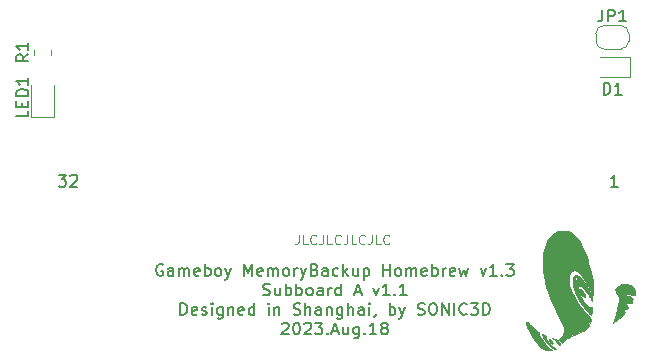
<source format=gto>
%TF.GenerationSoftware,KiCad,Pcbnew,(5.1.10-1-10_14)*%
%TF.CreationDate,2023-08-18T21:43:18+08:00*%
%TF.ProjectId,GB_MemoryBackup_Subboard_A,47425f4d-656d-46f7-9279-4261636b7570,1.1*%
%TF.SameCoordinates,Original*%
%TF.FileFunction,Legend,Top*%
%TF.FilePolarity,Positive*%
%FSLAX46Y46*%
G04 Gerber Fmt 4.6, Leading zero omitted, Abs format (unit mm)*
G04 Created by KiCad (PCBNEW (5.1.10-1-10_14)) date 2023-08-18 21:43:18*
%MOMM*%
%LPD*%
G01*
G04 APERTURE LIST*
%ADD10C,0.100000*%
%ADD11C,0.150000*%
%ADD12C,0.120000*%
%ADD13C,0.010000*%
G04 APERTURE END LIST*
D10*
X165849761Y-101161904D02*
X165849761Y-101733333D01*
X165811666Y-101847619D01*
X165735476Y-101923809D01*
X165621190Y-101961904D01*
X165545000Y-101961904D01*
X166611666Y-101961904D02*
X166230714Y-101961904D01*
X166230714Y-101161904D01*
X167335476Y-101885714D02*
X167297380Y-101923809D01*
X167183095Y-101961904D01*
X167106904Y-101961904D01*
X166992619Y-101923809D01*
X166916428Y-101847619D01*
X166878333Y-101771428D01*
X166840238Y-101619047D01*
X166840238Y-101504761D01*
X166878333Y-101352380D01*
X166916428Y-101276190D01*
X166992619Y-101200000D01*
X167106904Y-101161904D01*
X167183095Y-101161904D01*
X167297380Y-101200000D01*
X167335476Y-101238095D01*
X167906904Y-101161904D02*
X167906904Y-101733333D01*
X167868809Y-101847619D01*
X167792619Y-101923809D01*
X167678333Y-101961904D01*
X167602142Y-101961904D01*
X168668809Y-101961904D02*
X168287857Y-101961904D01*
X168287857Y-101161904D01*
X169392619Y-101885714D02*
X169354523Y-101923809D01*
X169240238Y-101961904D01*
X169164047Y-101961904D01*
X169049761Y-101923809D01*
X168973571Y-101847619D01*
X168935476Y-101771428D01*
X168897380Y-101619047D01*
X168897380Y-101504761D01*
X168935476Y-101352380D01*
X168973571Y-101276190D01*
X169049761Y-101200000D01*
X169164047Y-101161904D01*
X169240238Y-101161904D01*
X169354523Y-101200000D01*
X169392619Y-101238095D01*
X169964047Y-101161904D02*
X169964047Y-101733333D01*
X169925952Y-101847619D01*
X169849761Y-101923809D01*
X169735476Y-101961904D01*
X169659285Y-101961904D01*
X170725952Y-101961904D02*
X170345000Y-101961904D01*
X170345000Y-101161904D01*
X171449761Y-101885714D02*
X171411666Y-101923809D01*
X171297380Y-101961904D01*
X171221190Y-101961904D01*
X171106904Y-101923809D01*
X171030714Y-101847619D01*
X170992619Y-101771428D01*
X170954523Y-101619047D01*
X170954523Y-101504761D01*
X170992619Y-101352380D01*
X171030714Y-101276190D01*
X171106904Y-101200000D01*
X171221190Y-101161904D01*
X171297380Y-101161904D01*
X171411666Y-101200000D01*
X171449761Y-101238095D01*
X172021190Y-101161904D02*
X172021190Y-101733333D01*
X171983095Y-101847619D01*
X171906904Y-101923809D01*
X171792619Y-101961904D01*
X171716428Y-101961904D01*
X172783095Y-101961904D02*
X172402142Y-101961904D01*
X172402142Y-101161904D01*
X173506904Y-101885714D02*
X173468809Y-101923809D01*
X173354523Y-101961904D01*
X173278333Y-101961904D01*
X173164047Y-101923809D01*
X173087857Y-101847619D01*
X173049761Y-101771428D01*
X173011666Y-101619047D01*
X173011666Y-101504761D01*
X173049761Y-101352380D01*
X173087857Y-101276190D01*
X173164047Y-101200000D01*
X173278333Y-101161904D01*
X173354523Y-101161904D01*
X173468809Y-101200000D01*
X173506904Y-101238095D01*
D11*
X154338571Y-103705000D02*
X154243333Y-103657380D01*
X154100476Y-103657380D01*
X153957619Y-103705000D01*
X153862380Y-103800238D01*
X153814761Y-103895476D01*
X153767142Y-104085952D01*
X153767142Y-104228809D01*
X153814761Y-104419285D01*
X153862380Y-104514523D01*
X153957619Y-104609761D01*
X154100476Y-104657380D01*
X154195714Y-104657380D01*
X154338571Y-104609761D01*
X154386190Y-104562142D01*
X154386190Y-104228809D01*
X154195714Y-104228809D01*
X155243333Y-104657380D02*
X155243333Y-104133571D01*
X155195714Y-104038333D01*
X155100476Y-103990714D01*
X154910000Y-103990714D01*
X154814761Y-104038333D01*
X155243333Y-104609761D02*
X155148095Y-104657380D01*
X154910000Y-104657380D01*
X154814761Y-104609761D01*
X154767142Y-104514523D01*
X154767142Y-104419285D01*
X154814761Y-104324047D01*
X154910000Y-104276428D01*
X155148095Y-104276428D01*
X155243333Y-104228809D01*
X155719523Y-104657380D02*
X155719523Y-103990714D01*
X155719523Y-104085952D02*
X155767142Y-104038333D01*
X155862380Y-103990714D01*
X156005238Y-103990714D01*
X156100476Y-104038333D01*
X156148095Y-104133571D01*
X156148095Y-104657380D01*
X156148095Y-104133571D02*
X156195714Y-104038333D01*
X156290952Y-103990714D01*
X156433809Y-103990714D01*
X156529047Y-104038333D01*
X156576666Y-104133571D01*
X156576666Y-104657380D01*
X157433809Y-104609761D02*
X157338571Y-104657380D01*
X157148095Y-104657380D01*
X157052857Y-104609761D01*
X157005238Y-104514523D01*
X157005238Y-104133571D01*
X157052857Y-104038333D01*
X157148095Y-103990714D01*
X157338571Y-103990714D01*
X157433809Y-104038333D01*
X157481428Y-104133571D01*
X157481428Y-104228809D01*
X157005238Y-104324047D01*
X157910000Y-104657380D02*
X157910000Y-103657380D01*
X157910000Y-104038333D02*
X158005238Y-103990714D01*
X158195714Y-103990714D01*
X158290952Y-104038333D01*
X158338571Y-104085952D01*
X158386190Y-104181190D01*
X158386190Y-104466904D01*
X158338571Y-104562142D01*
X158290952Y-104609761D01*
X158195714Y-104657380D01*
X158005238Y-104657380D01*
X157910000Y-104609761D01*
X158957619Y-104657380D02*
X158862380Y-104609761D01*
X158814761Y-104562142D01*
X158767142Y-104466904D01*
X158767142Y-104181190D01*
X158814761Y-104085952D01*
X158862380Y-104038333D01*
X158957619Y-103990714D01*
X159100476Y-103990714D01*
X159195714Y-104038333D01*
X159243333Y-104085952D01*
X159290952Y-104181190D01*
X159290952Y-104466904D01*
X159243333Y-104562142D01*
X159195714Y-104609761D01*
X159100476Y-104657380D01*
X158957619Y-104657380D01*
X159624285Y-103990714D02*
X159862380Y-104657380D01*
X160100476Y-103990714D02*
X159862380Y-104657380D01*
X159767142Y-104895476D01*
X159719523Y-104943095D01*
X159624285Y-104990714D01*
X161243333Y-104657380D02*
X161243333Y-103657380D01*
X161576666Y-104371666D01*
X161910000Y-103657380D01*
X161910000Y-104657380D01*
X162767142Y-104609761D02*
X162671904Y-104657380D01*
X162481428Y-104657380D01*
X162386190Y-104609761D01*
X162338571Y-104514523D01*
X162338571Y-104133571D01*
X162386190Y-104038333D01*
X162481428Y-103990714D01*
X162671904Y-103990714D01*
X162767142Y-104038333D01*
X162814761Y-104133571D01*
X162814761Y-104228809D01*
X162338571Y-104324047D01*
X163243333Y-104657380D02*
X163243333Y-103990714D01*
X163243333Y-104085952D02*
X163290952Y-104038333D01*
X163386190Y-103990714D01*
X163529047Y-103990714D01*
X163624285Y-104038333D01*
X163671904Y-104133571D01*
X163671904Y-104657380D01*
X163671904Y-104133571D02*
X163719523Y-104038333D01*
X163814761Y-103990714D01*
X163957619Y-103990714D01*
X164052857Y-104038333D01*
X164100476Y-104133571D01*
X164100476Y-104657380D01*
X164719523Y-104657380D02*
X164624285Y-104609761D01*
X164576666Y-104562142D01*
X164529047Y-104466904D01*
X164529047Y-104181190D01*
X164576666Y-104085952D01*
X164624285Y-104038333D01*
X164719523Y-103990714D01*
X164862380Y-103990714D01*
X164957619Y-104038333D01*
X165005238Y-104085952D01*
X165052857Y-104181190D01*
X165052857Y-104466904D01*
X165005238Y-104562142D01*
X164957619Y-104609761D01*
X164862380Y-104657380D01*
X164719523Y-104657380D01*
X165481428Y-104657380D02*
X165481428Y-103990714D01*
X165481428Y-104181190D02*
X165529047Y-104085952D01*
X165576666Y-104038333D01*
X165671904Y-103990714D01*
X165767142Y-103990714D01*
X166005238Y-103990714D02*
X166243333Y-104657380D01*
X166481428Y-103990714D02*
X166243333Y-104657380D01*
X166148095Y-104895476D01*
X166100476Y-104943095D01*
X166005238Y-104990714D01*
X167195714Y-104133571D02*
X167338571Y-104181190D01*
X167386190Y-104228809D01*
X167433809Y-104324047D01*
X167433809Y-104466904D01*
X167386190Y-104562142D01*
X167338571Y-104609761D01*
X167243333Y-104657380D01*
X166862380Y-104657380D01*
X166862380Y-103657380D01*
X167195714Y-103657380D01*
X167290952Y-103705000D01*
X167338571Y-103752619D01*
X167386190Y-103847857D01*
X167386190Y-103943095D01*
X167338571Y-104038333D01*
X167290952Y-104085952D01*
X167195714Y-104133571D01*
X166862380Y-104133571D01*
X168290952Y-104657380D02*
X168290952Y-104133571D01*
X168243333Y-104038333D01*
X168148095Y-103990714D01*
X167957619Y-103990714D01*
X167862380Y-104038333D01*
X168290952Y-104609761D02*
X168195714Y-104657380D01*
X167957619Y-104657380D01*
X167862380Y-104609761D01*
X167814761Y-104514523D01*
X167814761Y-104419285D01*
X167862380Y-104324047D01*
X167957619Y-104276428D01*
X168195714Y-104276428D01*
X168290952Y-104228809D01*
X169195714Y-104609761D02*
X169100476Y-104657380D01*
X168910000Y-104657380D01*
X168814761Y-104609761D01*
X168767142Y-104562142D01*
X168719523Y-104466904D01*
X168719523Y-104181190D01*
X168767142Y-104085952D01*
X168814761Y-104038333D01*
X168910000Y-103990714D01*
X169100476Y-103990714D01*
X169195714Y-104038333D01*
X169624285Y-104657380D02*
X169624285Y-103657380D01*
X169719523Y-104276428D02*
X170005238Y-104657380D01*
X170005238Y-103990714D02*
X169624285Y-104371666D01*
X170862380Y-103990714D02*
X170862380Y-104657380D01*
X170433809Y-103990714D02*
X170433809Y-104514523D01*
X170481428Y-104609761D01*
X170576666Y-104657380D01*
X170719523Y-104657380D01*
X170814761Y-104609761D01*
X170862380Y-104562142D01*
X171338571Y-103990714D02*
X171338571Y-104990714D01*
X171338571Y-104038333D02*
X171433809Y-103990714D01*
X171624285Y-103990714D01*
X171719523Y-104038333D01*
X171767142Y-104085952D01*
X171814761Y-104181190D01*
X171814761Y-104466904D01*
X171767142Y-104562142D01*
X171719523Y-104609761D01*
X171624285Y-104657380D01*
X171433809Y-104657380D01*
X171338571Y-104609761D01*
X173005238Y-104657380D02*
X173005238Y-103657380D01*
X173005238Y-104133571D02*
X173576666Y-104133571D01*
X173576666Y-104657380D02*
X173576666Y-103657380D01*
X174195714Y-104657380D02*
X174100476Y-104609761D01*
X174052857Y-104562142D01*
X174005238Y-104466904D01*
X174005238Y-104181190D01*
X174052857Y-104085952D01*
X174100476Y-104038333D01*
X174195714Y-103990714D01*
X174338571Y-103990714D01*
X174433809Y-104038333D01*
X174481428Y-104085952D01*
X174529047Y-104181190D01*
X174529047Y-104466904D01*
X174481428Y-104562142D01*
X174433809Y-104609761D01*
X174338571Y-104657380D01*
X174195714Y-104657380D01*
X174957619Y-104657380D02*
X174957619Y-103990714D01*
X174957619Y-104085952D02*
X175005238Y-104038333D01*
X175100476Y-103990714D01*
X175243333Y-103990714D01*
X175338571Y-104038333D01*
X175386190Y-104133571D01*
X175386190Y-104657380D01*
X175386190Y-104133571D02*
X175433809Y-104038333D01*
X175529047Y-103990714D01*
X175671904Y-103990714D01*
X175767142Y-104038333D01*
X175814761Y-104133571D01*
X175814761Y-104657380D01*
X176671904Y-104609761D02*
X176576666Y-104657380D01*
X176386190Y-104657380D01*
X176290952Y-104609761D01*
X176243333Y-104514523D01*
X176243333Y-104133571D01*
X176290952Y-104038333D01*
X176386190Y-103990714D01*
X176576666Y-103990714D01*
X176671904Y-104038333D01*
X176719523Y-104133571D01*
X176719523Y-104228809D01*
X176243333Y-104324047D01*
X177148095Y-104657380D02*
X177148095Y-103657380D01*
X177148095Y-104038333D02*
X177243333Y-103990714D01*
X177433809Y-103990714D01*
X177529047Y-104038333D01*
X177576666Y-104085952D01*
X177624285Y-104181190D01*
X177624285Y-104466904D01*
X177576666Y-104562142D01*
X177529047Y-104609761D01*
X177433809Y-104657380D01*
X177243333Y-104657380D01*
X177148095Y-104609761D01*
X178052857Y-104657380D02*
X178052857Y-103990714D01*
X178052857Y-104181190D02*
X178100476Y-104085952D01*
X178148095Y-104038333D01*
X178243333Y-103990714D01*
X178338571Y-103990714D01*
X179052857Y-104609761D02*
X178957619Y-104657380D01*
X178767142Y-104657380D01*
X178671904Y-104609761D01*
X178624285Y-104514523D01*
X178624285Y-104133571D01*
X178671904Y-104038333D01*
X178767142Y-103990714D01*
X178957619Y-103990714D01*
X179052857Y-104038333D01*
X179100476Y-104133571D01*
X179100476Y-104228809D01*
X178624285Y-104324047D01*
X179433809Y-103990714D02*
X179624285Y-104657380D01*
X179814761Y-104181190D01*
X180005238Y-104657380D01*
X180195714Y-103990714D01*
X181243333Y-103990714D02*
X181481428Y-104657380D01*
X181719523Y-103990714D01*
X182624285Y-104657380D02*
X182052857Y-104657380D01*
X182338571Y-104657380D02*
X182338571Y-103657380D01*
X182243333Y-103800238D01*
X182148095Y-103895476D01*
X182052857Y-103943095D01*
X183052857Y-104562142D02*
X183100476Y-104609761D01*
X183052857Y-104657380D01*
X183005238Y-104609761D01*
X183052857Y-104562142D01*
X183052857Y-104657380D01*
X183433809Y-103657380D02*
X184052857Y-103657380D01*
X183719523Y-104038333D01*
X183862380Y-104038333D01*
X183957619Y-104085952D01*
X184005238Y-104133571D01*
X184052857Y-104228809D01*
X184052857Y-104466904D01*
X184005238Y-104562142D01*
X183957619Y-104609761D01*
X183862380Y-104657380D01*
X183576666Y-104657380D01*
X183481428Y-104609761D01*
X183433809Y-104562142D01*
X162838571Y-106259761D02*
X162981428Y-106307380D01*
X163219523Y-106307380D01*
X163314761Y-106259761D01*
X163362380Y-106212142D01*
X163410000Y-106116904D01*
X163410000Y-106021666D01*
X163362380Y-105926428D01*
X163314761Y-105878809D01*
X163219523Y-105831190D01*
X163029047Y-105783571D01*
X162933809Y-105735952D01*
X162886190Y-105688333D01*
X162838571Y-105593095D01*
X162838571Y-105497857D01*
X162886190Y-105402619D01*
X162933809Y-105355000D01*
X163029047Y-105307380D01*
X163267142Y-105307380D01*
X163410000Y-105355000D01*
X164267142Y-105640714D02*
X164267142Y-106307380D01*
X163838571Y-105640714D02*
X163838571Y-106164523D01*
X163886190Y-106259761D01*
X163981428Y-106307380D01*
X164124285Y-106307380D01*
X164219523Y-106259761D01*
X164267142Y-106212142D01*
X164743333Y-106307380D02*
X164743333Y-105307380D01*
X164743333Y-105688333D02*
X164838571Y-105640714D01*
X165029047Y-105640714D01*
X165124285Y-105688333D01*
X165171904Y-105735952D01*
X165219523Y-105831190D01*
X165219523Y-106116904D01*
X165171904Y-106212142D01*
X165124285Y-106259761D01*
X165029047Y-106307380D01*
X164838571Y-106307380D01*
X164743333Y-106259761D01*
X165648095Y-106307380D02*
X165648095Y-105307380D01*
X165648095Y-105688333D02*
X165743333Y-105640714D01*
X165933809Y-105640714D01*
X166029047Y-105688333D01*
X166076666Y-105735952D01*
X166124285Y-105831190D01*
X166124285Y-106116904D01*
X166076666Y-106212142D01*
X166029047Y-106259761D01*
X165933809Y-106307380D01*
X165743333Y-106307380D01*
X165648095Y-106259761D01*
X166695714Y-106307380D02*
X166600476Y-106259761D01*
X166552857Y-106212142D01*
X166505238Y-106116904D01*
X166505238Y-105831190D01*
X166552857Y-105735952D01*
X166600476Y-105688333D01*
X166695714Y-105640714D01*
X166838571Y-105640714D01*
X166933809Y-105688333D01*
X166981428Y-105735952D01*
X167029047Y-105831190D01*
X167029047Y-106116904D01*
X166981428Y-106212142D01*
X166933809Y-106259761D01*
X166838571Y-106307380D01*
X166695714Y-106307380D01*
X167886190Y-106307380D02*
X167886190Y-105783571D01*
X167838571Y-105688333D01*
X167743333Y-105640714D01*
X167552857Y-105640714D01*
X167457619Y-105688333D01*
X167886190Y-106259761D02*
X167790952Y-106307380D01*
X167552857Y-106307380D01*
X167457619Y-106259761D01*
X167410000Y-106164523D01*
X167410000Y-106069285D01*
X167457619Y-105974047D01*
X167552857Y-105926428D01*
X167790952Y-105926428D01*
X167886190Y-105878809D01*
X168362380Y-106307380D02*
X168362380Y-105640714D01*
X168362380Y-105831190D02*
X168410000Y-105735952D01*
X168457619Y-105688333D01*
X168552857Y-105640714D01*
X168648095Y-105640714D01*
X169410000Y-106307380D02*
X169410000Y-105307380D01*
X169410000Y-106259761D02*
X169314761Y-106307380D01*
X169124285Y-106307380D01*
X169029047Y-106259761D01*
X168981428Y-106212142D01*
X168933809Y-106116904D01*
X168933809Y-105831190D01*
X168981428Y-105735952D01*
X169029047Y-105688333D01*
X169124285Y-105640714D01*
X169314761Y-105640714D01*
X169410000Y-105688333D01*
X170600476Y-106021666D02*
X171076666Y-106021666D01*
X170505238Y-106307380D02*
X170838571Y-105307380D01*
X171171904Y-106307380D01*
X172171904Y-105640714D02*
X172410000Y-106307380D01*
X172648095Y-105640714D01*
X173552857Y-106307380D02*
X172981428Y-106307380D01*
X173267142Y-106307380D02*
X173267142Y-105307380D01*
X173171904Y-105450238D01*
X173076666Y-105545476D01*
X172981428Y-105593095D01*
X173981428Y-106212142D02*
X174029047Y-106259761D01*
X173981428Y-106307380D01*
X173933809Y-106259761D01*
X173981428Y-106212142D01*
X173981428Y-106307380D01*
X174981428Y-106307380D02*
X174409999Y-106307380D01*
X174695714Y-106307380D02*
X174695714Y-105307380D01*
X174600476Y-105450238D01*
X174505238Y-105545476D01*
X174409999Y-105593095D01*
X155838571Y-107957380D02*
X155838571Y-106957380D01*
X156076666Y-106957380D01*
X156219523Y-107005000D01*
X156314761Y-107100238D01*
X156362380Y-107195476D01*
X156410000Y-107385952D01*
X156410000Y-107528809D01*
X156362380Y-107719285D01*
X156314761Y-107814523D01*
X156219523Y-107909761D01*
X156076666Y-107957380D01*
X155838571Y-107957380D01*
X157219523Y-107909761D02*
X157124285Y-107957380D01*
X156933809Y-107957380D01*
X156838571Y-107909761D01*
X156790952Y-107814523D01*
X156790952Y-107433571D01*
X156838571Y-107338333D01*
X156933809Y-107290714D01*
X157124285Y-107290714D01*
X157219523Y-107338333D01*
X157267142Y-107433571D01*
X157267142Y-107528809D01*
X156790952Y-107624047D01*
X157648095Y-107909761D02*
X157743333Y-107957380D01*
X157933809Y-107957380D01*
X158029047Y-107909761D01*
X158076666Y-107814523D01*
X158076666Y-107766904D01*
X158029047Y-107671666D01*
X157933809Y-107624047D01*
X157790952Y-107624047D01*
X157695714Y-107576428D01*
X157648095Y-107481190D01*
X157648095Y-107433571D01*
X157695714Y-107338333D01*
X157790952Y-107290714D01*
X157933809Y-107290714D01*
X158029047Y-107338333D01*
X158505238Y-107957380D02*
X158505238Y-107290714D01*
X158505238Y-106957380D02*
X158457619Y-107005000D01*
X158505238Y-107052619D01*
X158552857Y-107005000D01*
X158505238Y-106957380D01*
X158505238Y-107052619D01*
X159410000Y-107290714D02*
X159410000Y-108100238D01*
X159362380Y-108195476D01*
X159314761Y-108243095D01*
X159219523Y-108290714D01*
X159076666Y-108290714D01*
X158981428Y-108243095D01*
X159410000Y-107909761D02*
X159314761Y-107957380D01*
X159124285Y-107957380D01*
X159029047Y-107909761D01*
X158981428Y-107862142D01*
X158933809Y-107766904D01*
X158933809Y-107481190D01*
X158981428Y-107385952D01*
X159029047Y-107338333D01*
X159124285Y-107290714D01*
X159314761Y-107290714D01*
X159410000Y-107338333D01*
X159886190Y-107290714D02*
X159886190Y-107957380D01*
X159886190Y-107385952D02*
X159933809Y-107338333D01*
X160029047Y-107290714D01*
X160171904Y-107290714D01*
X160267142Y-107338333D01*
X160314761Y-107433571D01*
X160314761Y-107957380D01*
X161171904Y-107909761D02*
X161076666Y-107957380D01*
X160886190Y-107957380D01*
X160790952Y-107909761D01*
X160743333Y-107814523D01*
X160743333Y-107433571D01*
X160790952Y-107338333D01*
X160886190Y-107290714D01*
X161076666Y-107290714D01*
X161171904Y-107338333D01*
X161219523Y-107433571D01*
X161219523Y-107528809D01*
X160743333Y-107624047D01*
X162076666Y-107957380D02*
X162076666Y-106957380D01*
X162076666Y-107909761D02*
X161981428Y-107957380D01*
X161790952Y-107957380D01*
X161695714Y-107909761D01*
X161648095Y-107862142D01*
X161600476Y-107766904D01*
X161600476Y-107481190D01*
X161648095Y-107385952D01*
X161695714Y-107338333D01*
X161790952Y-107290714D01*
X161981428Y-107290714D01*
X162076666Y-107338333D01*
X163314761Y-107957380D02*
X163314761Y-107290714D01*
X163314761Y-106957380D02*
X163267142Y-107005000D01*
X163314761Y-107052619D01*
X163362380Y-107005000D01*
X163314761Y-106957380D01*
X163314761Y-107052619D01*
X163790952Y-107290714D02*
X163790952Y-107957380D01*
X163790952Y-107385952D02*
X163838571Y-107338333D01*
X163933809Y-107290714D01*
X164076666Y-107290714D01*
X164171904Y-107338333D01*
X164219523Y-107433571D01*
X164219523Y-107957380D01*
X165410000Y-107909761D02*
X165552857Y-107957380D01*
X165790952Y-107957380D01*
X165886190Y-107909761D01*
X165933809Y-107862142D01*
X165981428Y-107766904D01*
X165981428Y-107671666D01*
X165933809Y-107576428D01*
X165886190Y-107528809D01*
X165790952Y-107481190D01*
X165600476Y-107433571D01*
X165505238Y-107385952D01*
X165457619Y-107338333D01*
X165410000Y-107243095D01*
X165410000Y-107147857D01*
X165457619Y-107052619D01*
X165505238Y-107005000D01*
X165600476Y-106957380D01*
X165838571Y-106957380D01*
X165981428Y-107005000D01*
X166410000Y-107957380D02*
X166410000Y-106957380D01*
X166838571Y-107957380D02*
X166838571Y-107433571D01*
X166790952Y-107338333D01*
X166695714Y-107290714D01*
X166552857Y-107290714D01*
X166457619Y-107338333D01*
X166410000Y-107385952D01*
X167743333Y-107957380D02*
X167743333Y-107433571D01*
X167695714Y-107338333D01*
X167600476Y-107290714D01*
X167410000Y-107290714D01*
X167314761Y-107338333D01*
X167743333Y-107909761D02*
X167648095Y-107957380D01*
X167410000Y-107957380D01*
X167314761Y-107909761D01*
X167267142Y-107814523D01*
X167267142Y-107719285D01*
X167314761Y-107624047D01*
X167410000Y-107576428D01*
X167648095Y-107576428D01*
X167743333Y-107528809D01*
X168219523Y-107290714D02*
X168219523Y-107957380D01*
X168219523Y-107385952D02*
X168267142Y-107338333D01*
X168362380Y-107290714D01*
X168505238Y-107290714D01*
X168600476Y-107338333D01*
X168648095Y-107433571D01*
X168648095Y-107957380D01*
X169552857Y-107290714D02*
X169552857Y-108100238D01*
X169505238Y-108195476D01*
X169457619Y-108243095D01*
X169362380Y-108290714D01*
X169219523Y-108290714D01*
X169124285Y-108243095D01*
X169552857Y-107909761D02*
X169457619Y-107957380D01*
X169267142Y-107957380D01*
X169171904Y-107909761D01*
X169124285Y-107862142D01*
X169076666Y-107766904D01*
X169076666Y-107481190D01*
X169124285Y-107385952D01*
X169171904Y-107338333D01*
X169267142Y-107290714D01*
X169457619Y-107290714D01*
X169552857Y-107338333D01*
X170029047Y-107957380D02*
X170029047Y-106957380D01*
X170457619Y-107957380D02*
X170457619Y-107433571D01*
X170410000Y-107338333D01*
X170314761Y-107290714D01*
X170171904Y-107290714D01*
X170076666Y-107338333D01*
X170029047Y-107385952D01*
X171362380Y-107957380D02*
X171362380Y-107433571D01*
X171314761Y-107338333D01*
X171219523Y-107290714D01*
X171029047Y-107290714D01*
X170933809Y-107338333D01*
X171362380Y-107909761D02*
X171267142Y-107957380D01*
X171029047Y-107957380D01*
X170933809Y-107909761D01*
X170886190Y-107814523D01*
X170886190Y-107719285D01*
X170933809Y-107624047D01*
X171029047Y-107576428D01*
X171267142Y-107576428D01*
X171362380Y-107528809D01*
X171838571Y-107957380D02*
X171838571Y-107290714D01*
X171838571Y-106957380D02*
X171790952Y-107005000D01*
X171838571Y-107052619D01*
X171886190Y-107005000D01*
X171838571Y-106957380D01*
X171838571Y-107052619D01*
X172362380Y-107909761D02*
X172362380Y-107957380D01*
X172314761Y-108052619D01*
X172267142Y-108100238D01*
X173552857Y-107957380D02*
X173552857Y-106957380D01*
X173552857Y-107338333D02*
X173648095Y-107290714D01*
X173838571Y-107290714D01*
X173933809Y-107338333D01*
X173981428Y-107385952D01*
X174029047Y-107481190D01*
X174029047Y-107766904D01*
X173981428Y-107862142D01*
X173933809Y-107909761D01*
X173838571Y-107957380D01*
X173648095Y-107957380D01*
X173552857Y-107909761D01*
X174362380Y-107290714D02*
X174600476Y-107957380D01*
X174838571Y-107290714D02*
X174600476Y-107957380D01*
X174505238Y-108195476D01*
X174457619Y-108243095D01*
X174362380Y-108290714D01*
X175933809Y-107909761D02*
X176076666Y-107957380D01*
X176314761Y-107957380D01*
X176410000Y-107909761D01*
X176457619Y-107862142D01*
X176505238Y-107766904D01*
X176505238Y-107671666D01*
X176457619Y-107576428D01*
X176410000Y-107528809D01*
X176314761Y-107481190D01*
X176124285Y-107433571D01*
X176029047Y-107385952D01*
X175981428Y-107338333D01*
X175933809Y-107243095D01*
X175933809Y-107147857D01*
X175981428Y-107052619D01*
X176029047Y-107005000D01*
X176124285Y-106957380D01*
X176362380Y-106957380D01*
X176505238Y-107005000D01*
X177124285Y-106957380D02*
X177314761Y-106957380D01*
X177409999Y-107005000D01*
X177505238Y-107100238D01*
X177552857Y-107290714D01*
X177552857Y-107624047D01*
X177505238Y-107814523D01*
X177409999Y-107909761D01*
X177314761Y-107957380D01*
X177124285Y-107957380D01*
X177029047Y-107909761D01*
X176933809Y-107814523D01*
X176886190Y-107624047D01*
X176886190Y-107290714D01*
X176933809Y-107100238D01*
X177029047Y-107005000D01*
X177124285Y-106957380D01*
X177981428Y-107957380D02*
X177981428Y-106957380D01*
X178552857Y-107957380D01*
X178552857Y-106957380D01*
X179029047Y-107957380D02*
X179029047Y-106957380D01*
X180076666Y-107862142D02*
X180029047Y-107909761D01*
X179886190Y-107957380D01*
X179790952Y-107957380D01*
X179648095Y-107909761D01*
X179552857Y-107814523D01*
X179505238Y-107719285D01*
X179457619Y-107528809D01*
X179457619Y-107385952D01*
X179505238Y-107195476D01*
X179552857Y-107100238D01*
X179648095Y-107005000D01*
X179790952Y-106957380D01*
X179886190Y-106957380D01*
X180029047Y-107005000D01*
X180076666Y-107052619D01*
X180410000Y-106957380D02*
X181029047Y-106957380D01*
X180695714Y-107338333D01*
X180838571Y-107338333D01*
X180933809Y-107385952D01*
X180981428Y-107433571D01*
X181029047Y-107528809D01*
X181029047Y-107766904D01*
X180981428Y-107862142D01*
X180933809Y-107909761D01*
X180838571Y-107957380D01*
X180552857Y-107957380D01*
X180457619Y-107909761D01*
X180410000Y-107862142D01*
X181457619Y-107957380D02*
X181457619Y-106957380D01*
X181695714Y-106957380D01*
X181838571Y-107005000D01*
X181933809Y-107100238D01*
X181981428Y-107195476D01*
X182029047Y-107385952D01*
X182029047Y-107528809D01*
X181981428Y-107719285D01*
X181933809Y-107814523D01*
X181838571Y-107909761D01*
X181695714Y-107957380D01*
X181457619Y-107957380D01*
X164433809Y-108702619D02*
X164481428Y-108655000D01*
X164576666Y-108607380D01*
X164814761Y-108607380D01*
X164910000Y-108655000D01*
X164957619Y-108702619D01*
X165005238Y-108797857D01*
X165005238Y-108893095D01*
X164957619Y-109035952D01*
X164386190Y-109607380D01*
X165005238Y-109607380D01*
X165624285Y-108607380D02*
X165719523Y-108607380D01*
X165814761Y-108655000D01*
X165862380Y-108702619D01*
X165910000Y-108797857D01*
X165957619Y-108988333D01*
X165957619Y-109226428D01*
X165910000Y-109416904D01*
X165862380Y-109512142D01*
X165814761Y-109559761D01*
X165719523Y-109607380D01*
X165624285Y-109607380D01*
X165529047Y-109559761D01*
X165481428Y-109512142D01*
X165433809Y-109416904D01*
X165386190Y-109226428D01*
X165386190Y-108988333D01*
X165433809Y-108797857D01*
X165481428Y-108702619D01*
X165529047Y-108655000D01*
X165624285Y-108607380D01*
X166338571Y-108702619D02*
X166386190Y-108655000D01*
X166481428Y-108607380D01*
X166719523Y-108607380D01*
X166814761Y-108655000D01*
X166862380Y-108702619D01*
X166910000Y-108797857D01*
X166910000Y-108893095D01*
X166862380Y-109035952D01*
X166290952Y-109607380D01*
X166910000Y-109607380D01*
X167243333Y-108607380D02*
X167862380Y-108607380D01*
X167529047Y-108988333D01*
X167671904Y-108988333D01*
X167767142Y-109035952D01*
X167814761Y-109083571D01*
X167862380Y-109178809D01*
X167862380Y-109416904D01*
X167814761Y-109512142D01*
X167767142Y-109559761D01*
X167671904Y-109607380D01*
X167386190Y-109607380D01*
X167290952Y-109559761D01*
X167243333Y-109512142D01*
X168290952Y-109512142D02*
X168338571Y-109559761D01*
X168290952Y-109607380D01*
X168243333Y-109559761D01*
X168290952Y-109512142D01*
X168290952Y-109607380D01*
X168719523Y-109321666D02*
X169195714Y-109321666D01*
X168624285Y-109607380D02*
X168957619Y-108607380D01*
X169290952Y-109607380D01*
X170052857Y-108940714D02*
X170052857Y-109607380D01*
X169624285Y-108940714D02*
X169624285Y-109464523D01*
X169671904Y-109559761D01*
X169767142Y-109607380D01*
X169910000Y-109607380D01*
X170005238Y-109559761D01*
X170052857Y-109512142D01*
X170957619Y-108940714D02*
X170957619Y-109750238D01*
X170910000Y-109845476D01*
X170862380Y-109893095D01*
X170767142Y-109940714D01*
X170624285Y-109940714D01*
X170529047Y-109893095D01*
X170957619Y-109559761D02*
X170862380Y-109607380D01*
X170671904Y-109607380D01*
X170576666Y-109559761D01*
X170529047Y-109512142D01*
X170481428Y-109416904D01*
X170481428Y-109131190D01*
X170529047Y-109035952D01*
X170576666Y-108988333D01*
X170671904Y-108940714D01*
X170862380Y-108940714D01*
X170957619Y-108988333D01*
X171433809Y-109512142D02*
X171481428Y-109559761D01*
X171433809Y-109607380D01*
X171386190Y-109559761D01*
X171433809Y-109512142D01*
X171433809Y-109607380D01*
X172433809Y-109607380D02*
X171862380Y-109607380D01*
X172148095Y-109607380D02*
X172148095Y-108607380D01*
X172052857Y-108750238D01*
X171957619Y-108845476D01*
X171862380Y-108893095D01*
X173005238Y-109035952D02*
X172910000Y-108988333D01*
X172862380Y-108940714D01*
X172814761Y-108845476D01*
X172814761Y-108797857D01*
X172862380Y-108702619D01*
X172910000Y-108655000D01*
X173005238Y-108607380D01*
X173195714Y-108607380D01*
X173290952Y-108655000D01*
X173338571Y-108702619D01*
X173386190Y-108797857D01*
X173386190Y-108845476D01*
X173338571Y-108940714D01*
X173290952Y-108988333D01*
X173195714Y-109035952D01*
X173005238Y-109035952D01*
X172910000Y-109083571D01*
X172862380Y-109131190D01*
X172814761Y-109226428D01*
X172814761Y-109416904D01*
X172862380Y-109512142D01*
X172910000Y-109559761D01*
X173005238Y-109607380D01*
X173195714Y-109607380D01*
X173290952Y-109559761D01*
X173338571Y-109512142D01*
X173386190Y-109416904D01*
X173386190Y-109226428D01*
X173338571Y-109131190D01*
X173290952Y-109083571D01*
X173195714Y-109035952D01*
D12*
%TO.C,R1*%
X144880000Y-85952064D02*
X144880000Y-85497936D01*
X143410000Y-85952064D02*
X143410000Y-85497936D01*
%TO.C,LED1*%
X145105000Y-91220000D02*
X145105000Y-88535000D01*
X143185000Y-91220000D02*
X145105000Y-91220000D01*
X143185000Y-88535000D02*
X143185000Y-91220000D01*
%TO.C,JP1*%
X191705000Y-83455000D02*
X193105000Y-83455000D01*
X193805000Y-84155000D02*
X193805000Y-84755000D01*
X193105000Y-85455000D02*
X191705000Y-85455000D01*
X191005000Y-84755000D02*
X191005000Y-84155000D01*
X191005000Y-84155000D02*
G75*
G02*
X191705000Y-83455000I700000J0D01*
G01*
X191705000Y-85455000D02*
G75*
G02*
X191005000Y-84755000I0J700000D01*
G01*
X193805000Y-84755000D02*
G75*
G02*
X193105000Y-85455000I-700000J0D01*
G01*
X193105000Y-83455000D02*
G75*
G02*
X193805000Y-84155000I0J-700000D01*
G01*
%TO.C,D1*%
X193905000Y-87845000D02*
X191355000Y-87845000D01*
X193905000Y-86145000D02*
X191355000Y-86145000D01*
X193905000Y-87845000D02*
X193905000Y-86145000D01*
D13*
%TO.C,G\u002A\u002A\u002A*%
G36*
X189668611Y-104910286D02*
G01*
X189713684Y-104930532D01*
X189715239Y-104956118D01*
X189695611Y-104992625D01*
X189669574Y-104980471D01*
X189644237Y-104951417D01*
X189625141Y-104916521D01*
X189660027Y-104909727D01*
X189668611Y-104910286D01*
G37*
X189668611Y-104910286D02*
X189713684Y-104930532D01*
X189715239Y-104956118D01*
X189695611Y-104992625D01*
X189669574Y-104980471D01*
X189644237Y-104951417D01*
X189625141Y-104916521D01*
X189660027Y-104909727D01*
X189668611Y-104910286D01*
G36*
X190372077Y-105910410D02*
G01*
X190373000Y-105918000D01*
X190348839Y-105948827D01*
X190341250Y-105949750D01*
X190310422Y-105925589D01*
X190309500Y-105918000D01*
X190333660Y-105887172D01*
X190341250Y-105886250D01*
X190372077Y-105910410D01*
G37*
X190372077Y-105910410D02*
X190373000Y-105918000D01*
X190348839Y-105948827D01*
X190341250Y-105949750D01*
X190310422Y-105925589D01*
X190309500Y-105918000D01*
X190333660Y-105887172D01*
X190341250Y-105886250D01*
X190372077Y-105910410D01*
G36*
X190209344Y-107327843D02*
G01*
X190243429Y-107359812D01*
X190236437Y-107378190D01*
X190231998Y-107378500D01*
X190205144Y-107355948D01*
X190195343Y-107341844D01*
X190191600Y-107320117D01*
X190209344Y-107327843D01*
G37*
X190209344Y-107327843D02*
X190243429Y-107359812D01*
X190236437Y-107378190D01*
X190231998Y-107378500D01*
X190205144Y-107355948D01*
X190195343Y-107341844D01*
X190191600Y-107320117D01*
X190209344Y-107327843D01*
G36*
X189100526Y-104766959D02*
G01*
X189100282Y-104775000D01*
X189086616Y-104843065D01*
X189071250Y-104886125D01*
X189043963Y-104949625D01*
X189042217Y-104886125D01*
X189055815Y-104808180D01*
X189071250Y-104775000D01*
X189095734Y-104743396D01*
X189100526Y-104766959D01*
G37*
X189100526Y-104766959D02*
X189100282Y-104775000D01*
X189086616Y-104843065D01*
X189071250Y-104886125D01*
X189043963Y-104949625D01*
X189042217Y-104886125D01*
X189055815Y-104808180D01*
X189071250Y-104775000D01*
X189095734Y-104743396D01*
X189100526Y-104766959D01*
G36*
X189515750Y-104981375D02*
G01*
X189499875Y-104997250D01*
X189484000Y-104981375D01*
X189499875Y-104965500D01*
X189515750Y-104981375D01*
G37*
X189515750Y-104981375D02*
X189499875Y-104997250D01*
X189484000Y-104981375D01*
X189499875Y-104965500D01*
X189515750Y-104981375D01*
G36*
X189832811Y-105213017D02*
G01*
X189844731Y-105235375D01*
X189857083Y-105275405D01*
X189856066Y-105280493D01*
X189825032Y-105268243D01*
X189809437Y-105261972D01*
X189774715Y-105230561D01*
X189775372Y-105196938D01*
X189798103Y-105187750D01*
X189832811Y-105213017D01*
G37*
X189832811Y-105213017D02*
X189844731Y-105235375D01*
X189857083Y-105275405D01*
X189856066Y-105280493D01*
X189825032Y-105268243D01*
X189809437Y-105261972D01*
X189774715Y-105230561D01*
X189775372Y-105196938D01*
X189798103Y-105187750D01*
X189832811Y-105213017D01*
G36*
X189348537Y-105361533D02*
G01*
X189357000Y-105378250D01*
X189352123Y-105405973D01*
X189324638Y-105397728D01*
X189293500Y-105378250D01*
X189264311Y-105353644D01*
X189294319Y-105347088D01*
X189301437Y-105346986D01*
X189348537Y-105361533D01*
G37*
X189348537Y-105361533D02*
X189357000Y-105378250D01*
X189352123Y-105405973D01*
X189324638Y-105397728D01*
X189293500Y-105378250D01*
X189264311Y-105353644D01*
X189294319Y-105347088D01*
X189301437Y-105346986D01*
X189348537Y-105361533D01*
G36*
X189733087Y-105339637D02*
G01*
X189780266Y-105364650D01*
X189811975Y-105360053D01*
X189856044Y-105357153D01*
X189865000Y-105371150D01*
X189838937Y-105402365D01*
X189783486Y-105423261D01*
X189732756Y-105422717D01*
X189723963Y-105417130D01*
X189708370Y-105373294D01*
X189706736Y-105349145D01*
X189713716Y-105318315D01*
X189733087Y-105339637D01*
G37*
X189733087Y-105339637D02*
X189780266Y-105364650D01*
X189811975Y-105360053D01*
X189856044Y-105357153D01*
X189865000Y-105371150D01*
X189838937Y-105402365D01*
X189783486Y-105423261D01*
X189732756Y-105422717D01*
X189723963Y-105417130D01*
X189708370Y-105373294D01*
X189706736Y-105349145D01*
X189713716Y-105318315D01*
X189733087Y-105339637D01*
G36*
X189380457Y-105454624D02*
G01*
X189384487Y-105488884D01*
X189350849Y-105515766D01*
X189308358Y-105516341D01*
X189268207Y-105518287D01*
X189261750Y-105533603D01*
X189239534Y-105567121D01*
X189230000Y-105568750D01*
X189199295Y-105544482D01*
X189198250Y-105536214D01*
X189224046Y-105504729D01*
X189282312Y-105472278D01*
X189344363Y-105451707D01*
X189380457Y-105454624D01*
G37*
X189380457Y-105454624D02*
X189384487Y-105488884D01*
X189350849Y-105515766D01*
X189308358Y-105516341D01*
X189268207Y-105518287D01*
X189261750Y-105533603D01*
X189239534Y-105567121D01*
X189230000Y-105568750D01*
X189199295Y-105544482D01*
X189198250Y-105536214D01*
X189224046Y-105504729D01*
X189282312Y-105472278D01*
X189344363Y-105451707D01*
X189380457Y-105454624D01*
G36*
X189417502Y-104611629D02*
G01*
X189479201Y-104639059D01*
X189553496Y-104685844D01*
X189645147Y-104759983D01*
X189741254Y-104848729D01*
X189828918Y-104939337D01*
X189895240Y-105019058D01*
X189927319Y-105075146D01*
X189928500Y-105083031D01*
X189945908Y-105121022D01*
X189956891Y-105124250D01*
X189976633Y-105151286D01*
X189980703Y-105203602D01*
X189966136Y-105269468D01*
X189936817Y-105277829D01*
X189910431Y-105247700D01*
X189912572Y-105202806D01*
X189927822Y-105188168D01*
X189947703Y-105157458D01*
X189934601Y-105143895D01*
X189897522Y-105148727D01*
X189888750Y-105163739D01*
X189868021Y-105187522D01*
X189826246Y-105163127D01*
X189783785Y-105140182D01*
X189758763Y-105170708D01*
X189756920Y-105175386D01*
X189737037Y-105210508D01*
X189706923Y-105200028D01*
X189679275Y-105176196D01*
X189601825Y-105130917D01*
X189534690Y-105134134D01*
X189494038Y-105184789D01*
X189493024Y-105188419D01*
X189470087Y-105231381D01*
X189436204Y-105219358D01*
X189396464Y-105206728D01*
X189377579Y-105234564D01*
X189336876Y-105277281D01*
X189313129Y-105283000D01*
X189285256Y-105272087D01*
X189286650Y-105228815D01*
X189301071Y-105179812D01*
X189327239Y-105097439D01*
X189344450Y-105038847D01*
X189344942Y-105036937D01*
X189380628Y-105001329D01*
X189402632Y-104997250D01*
X189435861Y-105018608D01*
X189433214Y-105041663D01*
X189433203Y-105090800D01*
X189443663Y-105103068D01*
X189494329Y-105105474D01*
X189535231Y-105059235D01*
X189553373Y-104979123D01*
X189553393Y-104978336D01*
X189553110Y-104877523D01*
X189543956Y-104825455D01*
X189522458Y-104807606D01*
X189512353Y-104806750D01*
X189491123Y-104829845D01*
X189495481Y-104854375D01*
X189490551Y-104893013D01*
X189447811Y-104902000D01*
X189401012Y-104890635D01*
X189396713Y-104844736D01*
X189400878Y-104826248D01*
X189402056Y-104789562D01*
X189589833Y-104789562D01*
X189612141Y-104818157D01*
X189640104Y-104814214D01*
X189672332Y-104806336D01*
X189662155Y-104828633D01*
X189639029Y-104856928D01*
X189592428Y-104934412D01*
X189596150Y-104988759D01*
X189648116Y-105010820D01*
X189673737Y-105009669D01*
X189763183Y-105025819D01*
X189802454Y-105062074D01*
X189848637Y-105111916D01*
X189878772Y-105121120D01*
X189880146Y-105087187D01*
X189876481Y-105076625D01*
X189844284Y-105034586D01*
X189827979Y-105029000D01*
X189813480Y-105008768D01*
X189820406Y-104992344D01*
X189824169Y-104970321D01*
X189810015Y-104976112D01*
X189777644Y-104967016D01*
X189759621Y-104930198D01*
X189731614Y-104884335D01*
X189702991Y-104888138D01*
X189677046Y-104892289D01*
X189683797Y-104860067D01*
X189677189Y-104802556D01*
X189646859Y-104777199D01*
X189600837Y-104763728D01*
X189589833Y-104789562D01*
X189402056Y-104789562D01*
X189402877Y-104764029D01*
X189359853Y-104734825D01*
X189356651Y-104733959D01*
X189313870Y-104731954D01*
X189311204Y-104746210D01*
X189304995Y-104772898D01*
X189292727Y-104775000D01*
X189267333Y-104797644D01*
X189269410Y-104813855D01*
X189265403Y-104868533D01*
X189240699Y-104932917D01*
X189218853Y-104992835D01*
X189225220Y-105021983D01*
X189236130Y-105055493D01*
X189234461Y-105130775D01*
X189228316Y-105180733D01*
X189217211Y-105273183D01*
X189215239Y-105337638D01*
X189218132Y-105352243D01*
X189208501Y-105385556D01*
X189196259Y-105395355D01*
X189176723Y-105443027D01*
X189179387Y-105544369D01*
X189182845Y-105572174D01*
X189191355Y-105676013D01*
X189182944Y-105722601D01*
X189161729Y-105714603D01*
X189131824Y-105654682D01*
X189097344Y-105545504D01*
X189088565Y-105511127D01*
X189063615Y-105381179D01*
X189049713Y-105249549D01*
X189046899Y-105130660D01*
X189055212Y-105038932D01*
X189074692Y-104988788D01*
X189087125Y-104983632D01*
X189116718Y-105012344D01*
X189126542Y-105047132D01*
X189130113Y-105088680D01*
X189118893Y-105072739D01*
X189106505Y-105044875D01*
X189088908Y-105016546D01*
X189080056Y-105040444D01*
X189077334Y-105108375D01*
X189080328Y-105241509D01*
X189091364Y-105343749D01*
X189108484Y-105405240D01*
X189129732Y-105416129D01*
X189136779Y-105407803D01*
X189158769Y-105341297D01*
X189163782Y-105283000D01*
X189160320Y-105230086D01*
X189148669Y-105236601D01*
X189134750Y-105267125D01*
X189113371Y-105303258D01*
X189104847Y-105290436D01*
X189108805Y-105241811D01*
X189124876Y-105170535D01*
X189138718Y-105126512D01*
X189158469Y-105026973D01*
X189137529Y-104943047D01*
X189115869Y-104879043D01*
X189117004Y-104845662D01*
X189138990Y-104858371D01*
X189163805Y-104905327D01*
X189186613Y-104949257D01*
X189196013Y-104932139D01*
X189196237Y-104927686D01*
X189179951Y-104869382D01*
X189163734Y-104852665D01*
X189142042Y-104808365D01*
X189144886Y-104771416D01*
X189142354Y-104722661D01*
X189123840Y-104711290D01*
X189122500Y-104696508D01*
X189130117Y-104689952D01*
X189197149Y-104689952D01*
X189224515Y-104701857D01*
X189269752Y-104685795D01*
X189276847Y-104680395D01*
X189324198Y-104657612D01*
X189379489Y-104678582D01*
X189396677Y-104690080D01*
X189466029Y-104729781D01*
X189513474Y-104742368D01*
X189526750Y-104727560D01*
X189501242Y-104692456D01*
X189440146Y-104659734D01*
X189352511Y-104640647D01*
X189266570Y-104638571D01*
X189210559Y-104656881D01*
X189209806Y-104657610D01*
X189197149Y-104689952D01*
X189130117Y-104689952D01*
X189164862Y-104660049D01*
X189182375Y-104648000D01*
X189265251Y-104600828D01*
X189334855Y-104588969D01*
X189417502Y-104611629D01*
G37*
X189417502Y-104611629D02*
X189479201Y-104639059D01*
X189553496Y-104685844D01*
X189645147Y-104759983D01*
X189741254Y-104848729D01*
X189828918Y-104939337D01*
X189895240Y-105019058D01*
X189927319Y-105075146D01*
X189928500Y-105083031D01*
X189945908Y-105121022D01*
X189956891Y-105124250D01*
X189976633Y-105151286D01*
X189980703Y-105203602D01*
X189966136Y-105269468D01*
X189936817Y-105277829D01*
X189910431Y-105247700D01*
X189912572Y-105202806D01*
X189927822Y-105188168D01*
X189947703Y-105157458D01*
X189934601Y-105143895D01*
X189897522Y-105148727D01*
X189888750Y-105163739D01*
X189868021Y-105187522D01*
X189826246Y-105163127D01*
X189783785Y-105140182D01*
X189758763Y-105170708D01*
X189756920Y-105175386D01*
X189737037Y-105210508D01*
X189706923Y-105200028D01*
X189679275Y-105176196D01*
X189601825Y-105130917D01*
X189534690Y-105134134D01*
X189494038Y-105184789D01*
X189493024Y-105188419D01*
X189470087Y-105231381D01*
X189436204Y-105219358D01*
X189396464Y-105206728D01*
X189377579Y-105234564D01*
X189336876Y-105277281D01*
X189313129Y-105283000D01*
X189285256Y-105272087D01*
X189286650Y-105228815D01*
X189301071Y-105179812D01*
X189327239Y-105097439D01*
X189344450Y-105038847D01*
X189344942Y-105036937D01*
X189380628Y-105001329D01*
X189402632Y-104997250D01*
X189435861Y-105018608D01*
X189433214Y-105041663D01*
X189433203Y-105090800D01*
X189443663Y-105103068D01*
X189494329Y-105105474D01*
X189535231Y-105059235D01*
X189553373Y-104979123D01*
X189553393Y-104978336D01*
X189553110Y-104877523D01*
X189543956Y-104825455D01*
X189522458Y-104807606D01*
X189512353Y-104806750D01*
X189491123Y-104829845D01*
X189495481Y-104854375D01*
X189490551Y-104893013D01*
X189447811Y-104902000D01*
X189401012Y-104890635D01*
X189396713Y-104844736D01*
X189400878Y-104826248D01*
X189402056Y-104789562D01*
X189589833Y-104789562D01*
X189612141Y-104818157D01*
X189640104Y-104814214D01*
X189672332Y-104806336D01*
X189662155Y-104828633D01*
X189639029Y-104856928D01*
X189592428Y-104934412D01*
X189596150Y-104988759D01*
X189648116Y-105010820D01*
X189673737Y-105009669D01*
X189763183Y-105025819D01*
X189802454Y-105062074D01*
X189848637Y-105111916D01*
X189878772Y-105121120D01*
X189880146Y-105087187D01*
X189876481Y-105076625D01*
X189844284Y-105034586D01*
X189827979Y-105029000D01*
X189813480Y-105008768D01*
X189820406Y-104992344D01*
X189824169Y-104970321D01*
X189810015Y-104976112D01*
X189777644Y-104967016D01*
X189759621Y-104930198D01*
X189731614Y-104884335D01*
X189702991Y-104888138D01*
X189677046Y-104892289D01*
X189683797Y-104860067D01*
X189677189Y-104802556D01*
X189646859Y-104777199D01*
X189600837Y-104763728D01*
X189589833Y-104789562D01*
X189402056Y-104789562D01*
X189402877Y-104764029D01*
X189359853Y-104734825D01*
X189356651Y-104733959D01*
X189313870Y-104731954D01*
X189311204Y-104746210D01*
X189304995Y-104772898D01*
X189292727Y-104775000D01*
X189267333Y-104797644D01*
X189269410Y-104813855D01*
X189265403Y-104868533D01*
X189240699Y-104932917D01*
X189218853Y-104992835D01*
X189225220Y-105021983D01*
X189236130Y-105055493D01*
X189234461Y-105130775D01*
X189228316Y-105180733D01*
X189217211Y-105273183D01*
X189215239Y-105337638D01*
X189218132Y-105352243D01*
X189208501Y-105385556D01*
X189196259Y-105395355D01*
X189176723Y-105443027D01*
X189179387Y-105544369D01*
X189182845Y-105572174D01*
X189191355Y-105676013D01*
X189182944Y-105722601D01*
X189161729Y-105714603D01*
X189131824Y-105654682D01*
X189097344Y-105545504D01*
X189088565Y-105511127D01*
X189063615Y-105381179D01*
X189049713Y-105249549D01*
X189046899Y-105130660D01*
X189055212Y-105038932D01*
X189074692Y-104988788D01*
X189087125Y-104983632D01*
X189116718Y-105012344D01*
X189126542Y-105047132D01*
X189130113Y-105088680D01*
X189118893Y-105072739D01*
X189106505Y-105044875D01*
X189088908Y-105016546D01*
X189080056Y-105040444D01*
X189077334Y-105108375D01*
X189080328Y-105241509D01*
X189091364Y-105343749D01*
X189108484Y-105405240D01*
X189129732Y-105416129D01*
X189136779Y-105407803D01*
X189158769Y-105341297D01*
X189163782Y-105283000D01*
X189160320Y-105230086D01*
X189148669Y-105236601D01*
X189134750Y-105267125D01*
X189113371Y-105303258D01*
X189104847Y-105290436D01*
X189108805Y-105241811D01*
X189124876Y-105170535D01*
X189138718Y-105126512D01*
X189158469Y-105026973D01*
X189137529Y-104943047D01*
X189115869Y-104879043D01*
X189117004Y-104845662D01*
X189138990Y-104858371D01*
X189163805Y-104905327D01*
X189186613Y-104949257D01*
X189196013Y-104932139D01*
X189196237Y-104927686D01*
X189179951Y-104869382D01*
X189163734Y-104852665D01*
X189142042Y-104808365D01*
X189144886Y-104771416D01*
X189142354Y-104722661D01*
X189123840Y-104711290D01*
X189122500Y-104696508D01*
X189130117Y-104689952D01*
X189197149Y-104689952D01*
X189224515Y-104701857D01*
X189269752Y-104685795D01*
X189276847Y-104680395D01*
X189324198Y-104657612D01*
X189379489Y-104678582D01*
X189396677Y-104690080D01*
X189466029Y-104729781D01*
X189513474Y-104742368D01*
X189526750Y-104727560D01*
X189501242Y-104692456D01*
X189440146Y-104659734D01*
X189352511Y-104640647D01*
X189266570Y-104638571D01*
X189210559Y-104656881D01*
X189209806Y-104657610D01*
X189197149Y-104689952D01*
X189130117Y-104689952D01*
X189164862Y-104660049D01*
X189182375Y-104648000D01*
X189265251Y-104600828D01*
X189334855Y-104588969D01*
X189417502Y-104611629D01*
G36*
X189187666Y-105801583D02*
G01*
X189191466Y-105839263D01*
X189187666Y-105843916D01*
X189168791Y-105839558D01*
X189166500Y-105822750D01*
X189178116Y-105796616D01*
X189187666Y-105801583D01*
G37*
X189187666Y-105801583D02*
X189191466Y-105839263D01*
X189187666Y-105843916D01*
X189168791Y-105839558D01*
X189166500Y-105822750D01*
X189178116Y-105796616D01*
X189187666Y-105801583D01*
G36*
X189515750Y-106314875D02*
G01*
X189499875Y-106330750D01*
X189484000Y-106314875D01*
X189499875Y-106299000D01*
X189515750Y-106314875D01*
G37*
X189515750Y-106314875D02*
X189499875Y-106330750D01*
X189484000Y-106314875D01*
X189499875Y-106299000D01*
X189515750Y-106314875D01*
G36*
X189738707Y-105797456D02*
G01*
X189763040Y-105813366D01*
X189839005Y-105891076D01*
X189921749Y-106006872D01*
X189998079Y-106138566D01*
X190054801Y-106263967D01*
X190076556Y-106340657D01*
X190084843Y-106417666D01*
X190070724Y-106450765D01*
X190027834Y-106457750D01*
X189967769Y-106435653D01*
X189890218Y-106379354D01*
X189848088Y-106338984D01*
X189769943Y-106242240D01*
X189693843Y-106125043D01*
X189630096Y-106006080D01*
X189589011Y-105904037D01*
X189579250Y-105851662D01*
X189603045Y-105794588D01*
X189662276Y-105775253D01*
X189738707Y-105797456D01*
G37*
X189738707Y-105797456D02*
X189763040Y-105813366D01*
X189839005Y-105891076D01*
X189921749Y-106006872D01*
X189998079Y-106138566D01*
X190054801Y-106263967D01*
X190076556Y-106340657D01*
X190084843Y-106417666D01*
X190070724Y-106450765D01*
X190027834Y-106457750D01*
X189967769Y-106435653D01*
X189890218Y-106379354D01*
X189848088Y-106338984D01*
X189769943Y-106242240D01*
X189693843Y-106125043D01*
X189630096Y-106006080D01*
X189589011Y-105904037D01*
X189579250Y-105851662D01*
X189603045Y-105794588D01*
X189662276Y-105775253D01*
X189738707Y-105797456D01*
G36*
X189674145Y-106575910D02*
G01*
X189702626Y-106606744D01*
X189693554Y-106639779D01*
X189676512Y-106632807D01*
X189674013Y-106613854D01*
X189668159Y-106585486D01*
X189646232Y-106611952D01*
X189613611Y-106634996D01*
X189599276Y-106623216D01*
X189605648Y-106586612D01*
X189626040Y-106573588D01*
X189674145Y-106575910D01*
G37*
X189674145Y-106575910D02*
X189702626Y-106606744D01*
X189693554Y-106639779D01*
X189676512Y-106632807D01*
X189674013Y-106613854D01*
X189668159Y-106585486D01*
X189646232Y-106611952D01*
X189613611Y-106634996D01*
X189599276Y-106623216D01*
X189605648Y-106586612D01*
X189626040Y-106573588D01*
X189674145Y-106575910D01*
G36*
X190618010Y-106231913D02*
G01*
X190645759Y-106303942D01*
X190673005Y-106401145D01*
X190694044Y-106504830D01*
X190699574Y-106545062D01*
X190700501Y-106614968D01*
X190687186Y-106647879D01*
X190685001Y-106648250D01*
X190660201Y-106623326D01*
X190658750Y-106611208D01*
X190647373Y-106588369D01*
X190640338Y-106592578D01*
X190642761Y-106628875D01*
X190674210Y-106690780D01*
X190675073Y-106692102D01*
X190709140Y-106761481D01*
X190715451Y-106811519D01*
X190695464Y-106808641D01*
X190657933Y-106759986D01*
X190628803Y-106709349D01*
X190591577Y-106620593D01*
X190568295Y-106537125D01*
X190595250Y-106537125D01*
X190611125Y-106553000D01*
X190627000Y-106537125D01*
X190611125Y-106521250D01*
X190595250Y-106537125D01*
X190568295Y-106537125D01*
X190564076Y-106522001D01*
X190548357Y-106428916D01*
X190547820Y-106408251D01*
X190595250Y-106408251D01*
X190611826Y-106451692D01*
X190627000Y-106457750D01*
X190657841Y-106434962D01*
X190658750Y-106427873D01*
X190635670Y-106384873D01*
X190627000Y-106378375D01*
X190599818Y-106385572D01*
X190595250Y-106408251D01*
X190547820Y-106408251D01*
X190546477Y-106356681D01*
X190560493Y-106320638D01*
X190576946Y-106322500D01*
X190588733Y-106319989D01*
X190571712Y-106294235D01*
X190554803Y-106251375D01*
X190563500Y-106251375D01*
X190579375Y-106267250D01*
X190595250Y-106251375D01*
X190579375Y-106235500D01*
X190563500Y-106251375D01*
X190554803Y-106251375D01*
X190550218Y-106239756D01*
X190576350Y-106206534D01*
X190595459Y-106203750D01*
X190618010Y-106231913D01*
G37*
X190618010Y-106231913D02*
X190645759Y-106303942D01*
X190673005Y-106401145D01*
X190694044Y-106504830D01*
X190699574Y-106545062D01*
X190700501Y-106614968D01*
X190687186Y-106647879D01*
X190685001Y-106648250D01*
X190660201Y-106623326D01*
X190658750Y-106611208D01*
X190647373Y-106588369D01*
X190640338Y-106592578D01*
X190642761Y-106628875D01*
X190674210Y-106690780D01*
X190675073Y-106692102D01*
X190709140Y-106761481D01*
X190715451Y-106811519D01*
X190695464Y-106808641D01*
X190657933Y-106759986D01*
X190628803Y-106709349D01*
X190591577Y-106620593D01*
X190568295Y-106537125D01*
X190595250Y-106537125D01*
X190611125Y-106553000D01*
X190627000Y-106537125D01*
X190611125Y-106521250D01*
X190595250Y-106537125D01*
X190568295Y-106537125D01*
X190564076Y-106522001D01*
X190548357Y-106428916D01*
X190547820Y-106408251D01*
X190595250Y-106408251D01*
X190611826Y-106451692D01*
X190627000Y-106457750D01*
X190657841Y-106434962D01*
X190658750Y-106427873D01*
X190635670Y-106384873D01*
X190627000Y-106378375D01*
X190599818Y-106385572D01*
X190595250Y-106408251D01*
X190547820Y-106408251D01*
X190546477Y-106356681D01*
X190560493Y-106320638D01*
X190576946Y-106322500D01*
X190588733Y-106319989D01*
X190571712Y-106294235D01*
X190554803Y-106251375D01*
X190563500Y-106251375D01*
X190579375Y-106267250D01*
X190595250Y-106251375D01*
X190579375Y-106235500D01*
X190563500Y-106251375D01*
X190554803Y-106251375D01*
X190550218Y-106239756D01*
X190576350Y-106206534D01*
X190595459Y-106203750D01*
X190618010Y-106231913D01*
G36*
X190044551Y-105213472D02*
G01*
X190092847Y-105282151D01*
X190154298Y-105381052D01*
X190180721Y-105426401D01*
X190245294Y-105536116D01*
X190299942Y-105623238D01*
X190335869Y-105673963D01*
X190342817Y-105680843D01*
X190368291Y-105718817D01*
X190399521Y-105793264D01*
X190407034Y-105815254D01*
X190437165Y-105895072D01*
X190463578Y-105944800D01*
X190468420Y-105949750D01*
X190497032Y-105986486D01*
X190537060Y-106055423D01*
X190542409Y-106065716D01*
X190573755Y-106133867D01*
X190573405Y-106167199D01*
X190543545Y-106185047D01*
X190508756Y-106222438D01*
X190510099Y-106247773D01*
X190505181Y-106305827D01*
X190489846Y-106328203D01*
X190471059Y-106367206D01*
X190496197Y-106391900D01*
X190526850Y-106437752D01*
X190525356Y-106461056D01*
X190504381Y-106456553D01*
X190461519Y-106406450D01*
X190405156Y-106320967D01*
X190391552Y-106298041D01*
X190323613Y-106186755D01*
X190258687Y-106089323D01*
X190210396Y-106026144D01*
X190208928Y-106024537D01*
X190169927Y-105965243D01*
X190180112Y-105935350D01*
X190212502Y-105892209D01*
X190214250Y-105880488D01*
X190196859Y-105866417D01*
X190168602Y-105884609D01*
X190131940Y-105900234D01*
X190098092Y-105869975D01*
X190073023Y-105825937D01*
X190072344Y-105824957D01*
X190106566Y-105824957D01*
X190108961Y-105842384D01*
X190137434Y-105871271D01*
X190158834Y-105859115D01*
X190213119Y-105840389D01*
X190233993Y-105844502D01*
X190270913Y-105840781D01*
X190274250Y-105807467D01*
X190245715Y-105774949D01*
X190188642Y-105764337D01*
X190133665Y-105785245D01*
X190106566Y-105824957D01*
X190072344Y-105824957D01*
X190018960Y-105747975D01*
X189958289Y-105694706D01*
X189957458Y-105694256D01*
X189910532Y-105646876D01*
X189910528Y-105631645D01*
X189928500Y-105631645D01*
X189956443Y-105663241D01*
X190025333Y-105685402D01*
X190112759Y-105692940D01*
X190169504Y-105687428D01*
X190237924Y-105694069D01*
X190278693Y-105748707D01*
X190293975Y-105855830D01*
X190292117Y-105941976D01*
X190293419Y-106029074D01*
X190305978Y-106086058D01*
X190312796Y-106094662D01*
X190336974Y-106085232D01*
X190341250Y-106060875D01*
X190353984Y-106025022D01*
X190367969Y-106026015D01*
X190385185Y-106066193D01*
X190388948Y-106139014D01*
X190393070Y-106206291D01*
X190410960Y-106235465D01*
X190411728Y-106235500D01*
X190425913Y-106255253D01*
X190420625Y-106267250D01*
X190423142Y-106296507D01*
X190434626Y-106299000D01*
X190467061Y-106288824D01*
X190468250Y-106285191D01*
X190458170Y-106248600D01*
X190436595Y-106188127D01*
X190430325Y-106166671D01*
X190471952Y-106166671D01*
X190476614Y-106194436D01*
X190500000Y-106187875D01*
X190527625Y-106142564D01*
X190531263Y-106114563D01*
X190526125Y-106079031D01*
X190504176Y-106102110D01*
X190500000Y-106108500D01*
X190471952Y-106166671D01*
X190430325Y-106166671D01*
X190420079Y-106131617D01*
X190434267Y-106123537D01*
X190441991Y-106127768D01*
X190465739Y-106129180D01*
X190458767Y-106097833D01*
X190458404Y-106052656D01*
X190477183Y-106044034D01*
X190486452Y-106031088D01*
X190460312Y-106010706D01*
X190414068Y-105960869D01*
X190404750Y-105927149D01*
X190391506Y-105874142D01*
X190358284Y-105801073D01*
X190314848Y-105724075D01*
X190270961Y-105659279D01*
X190236387Y-105622820D01*
X190221934Y-105625072D01*
X190184039Y-105654535D01*
X190128341Y-105664000D01*
X190074105Y-105658291D01*
X190073662Y-105634309D01*
X190086515Y-105617260D01*
X190107732Y-105569770D01*
X190076795Y-105522010D01*
X190038834Y-105490337D01*
X190158961Y-105490337D01*
X190165319Y-105503137D01*
X190195594Y-105535962D01*
X190201163Y-105512813D01*
X190193456Y-105488005D01*
X190170081Y-105453428D01*
X190159523Y-105454143D01*
X190158961Y-105490337D01*
X190038834Y-105490337D01*
X190025189Y-105478953D01*
X190006834Y-105488745D01*
X190014550Y-105537000D01*
X190012433Y-105589026D01*
X189979828Y-105600500D01*
X189935247Y-105616257D01*
X189928500Y-105631645D01*
X189910528Y-105631645D01*
X189910522Y-105610404D01*
X189911205Y-105575929D01*
X189882251Y-105579703D01*
X189832192Y-105581465D01*
X189818742Y-105570962D01*
X189771528Y-105541926D01*
X189690024Y-105523363D01*
X189603057Y-105518773D01*
X189539453Y-105531655D01*
X189532562Y-105536222D01*
X189504245Y-105582354D01*
X189483444Y-105653936D01*
X189473866Y-105727529D01*
X189479222Y-105779690D01*
X189492249Y-105791000D01*
X189505404Y-105810744D01*
X189500280Y-105822093D01*
X189498267Y-105871997D01*
X189514257Y-105915211D01*
X189529201Y-105966139D01*
X189492641Y-105994286D01*
X189478040Y-105999266D01*
X189430245Y-106019330D01*
X189439677Y-106042970D01*
X189464089Y-106061850D01*
X189498521Y-106100978D01*
X189482350Y-106125394D01*
X189436358Y-106123436D01*
X189417436Y-106104630D01*
X189394327Y-106079800D01*
X189389236Y-106100873D01*
X189410968Y-106150380D01*
X189450623Y-106193849D01*
X189492238Y-106245610D01*
X189489960Y-106280248D01*
X189446269Y-106282191D01*
X189437048Y-106278990D01*
X189409164Y-106276026D01*
X189415750Y-106310260D01*
X189429215Y-106340336D01*
X189459277Y-106392758D01*
X189485414Y-106392093D01*
X189508544Y-106366897D01*
X189537254Y-106336736D01*
X189539797Y-106357729D01*
X189531752Y-106394250D01*
X189521656Y-106445542D01*
X189532643Y-106440580D01*
X189548491Y-106416400D01*
X189566356Y-106348399D01*
X189554637Y-106321150D01*
X189540720Y-106283125D01*
X189579250Y-106283125D01*
X189595125Y-106299000D01*
X189611000Y-106283125D01*
X189595125Y-106267250D01*
X189579250Y-106283125D01*
X189540720Y-106283125D01*
X189533597Y-106263664D01*
X189526653Y-106191451D01*
X189558413Y-106191451D01*
X189563375Y-106203750D01*
X189591905Y-106234038D01*
X189596998Y-106235500D01*
X189610635Y-106210935D01*
X189611000Y-106203750D01*
X189586592Y-106173220D01*
X189577376Y-106172000D01*
X189558413Y-106191451D01*
X189526653Y-106191451D01*
X189526152Y-106186246D01*
X189519679Y-106104445D01*
X189503773Y-106051308D01*
X189499186Y-106017637D01*
X189510558Y-106013250D01*
X189542213Y-106039576D01*
X189583593Y-106103817D01*
X189623697Y-106183864D01*
X189651523Y-106257609D01*
X189656070Y-106302944D01*
X189655372Y-106304263D01*
X189660112Y-106329657D01*
X189667529Y-106330750D01*
X189698924Y-106356759D01*
X189733419Y-106418062D01*
X189756821Y-106475632D01*
X189751644Y-106480091D01*
X189719357Y-106441875D01*
X189682641Y-106398849D01*
X189677373Y-106407544D01*
X189689230Y-106449812D01*
X189694235Y-106506390D01*
X189663736Y-106521250D01*
X189631087Y-106500556D01*
X189634535Y-106449812D01*
X189640944Y-106402001D01*
X189632280Y-106396177D01*
X189611237Y-106439329D01*
X189602861Y-106475552D01*
X189581177Y-106550373D01*
X189566637Y-106579859D01*
X189564902Y-106636969D01*
X189591368Y-106673975D01*
X189630355Y-106706411D01*
X189642711Y-106690942D01*
X189643236Y-106678866D01*
X189648485Y-106649062D01*
X189670974Y-106674589D01*
X189674500Y-106680000D01*
X189695567Y-106707756D01*
X189707323Y-106699158D01*
X189714843Y-106643675D01*
X189719158Y-106587350D01*
X189748086Y-106537650D01*
X189766428Y-106527648D01*
X189795264Y-106531559D01*
X189793249Y-106580551D01*
X189789465Y-106596625D01*
X189793181Y-106704352D01*
X189816846Y-106754112D01*
X189845883Y-106813905D01*
X189845772Y-106847393D01*
X189849632Y-106882979D01*
X189883666Y-106946657D01*
X189895432Y-106963900D01*
X189943190Y-107059340D01*
X189944381Y-107124478D01*
X189913698Y-107176850D01*
X189881058Y-107183603D01*
X189865032Y-107141456D01*
X189865000Y-107138501D01*
X189881472Y-107106368D01*
X189899372Y-107110245D01*
X189912390Y-107105237D01*
X189898510Y-107065060D01*
X189866962Y-107006768D01*
X189826977Y-106947412D01*
X189787786Y-106904044D01*
X189787718Y-106903987D01*
X189746945Y-106878996D01*
X189740805Y-106894525D01*
X189766770Y-106939599D01*
X189806916Y-106987390D01*
X189848361Y-107043819D01*
X189855292Y-107081079D01*
X189854213Y-107082369D01*
X189821509Y-107079199D01*
X189779257Y-107033128D01*
X189739645Y-106960918D01*
X189717873Y-106894827D01*
X189696444Y-106837517D01*
X189673346Y-106823588D01*
X189641673Y-106811151D01*
X189612645Y-106775250D01*
X189642750Y-106775250D01*
X189654366Y-106801383D01*
X189663916Y-106796416D01*
X189667268Y-106763174D01*
X189724886Y-106763174D01*
X189750349Y-106806558D01*
X189795597Y-106834569D01*
X189813325Y-106836243D01*
X189826789Y-106826869D01*
X189809437Y-106817722D01*
X189773393Y-106775878D01*
X189769750Y-106754855D01*
X189752953Y-106724579D01*
X189736458Y-106728577D01*
X189724886Y-106763174D01*
X189667268Y-106763174D01*
X189667716Y-106758736D01*
X189663916Y-106754083D01*
X189645041Y-106758441D01*
X189642750Y-106775250D01*
X189612645Y-106775250D01*
X189599708Y-106759250D01*
X189558985Y-106688048D01*
X189531041Y-106617713D01*
X189527394Y-106568449D01*
X189525504Y-106532395D01*
X189509752Y-106529568D01*
X189480194Y-106506608D01*
X189437406Y-106439193D01*
X189392776Y-106346625D01*
X189348505Y-106246513D01*
X189335652Y-106219625D01*
X189357000Y-106219625D01*
X189372875Y-106235500D01*
X189388750Y-106219625D01*
X189372875Y-106203750D01*
X189357000Y-106219625D01*
X189335652Y-106219625D01*
X189312814Y-106171850D01*
X189294443Y-106140250D01*
X189267891Y-106092625D01*
X189325250Y-106092625D01*
X189341125Y-106108500D01*
X189357000Y-106092625D01*
X189341125Y-106076750D01*
X189325250Y-106092625D01*
X189267891Y-106092625D01*
X189258330Y-106075476D01*
X189234256Y-105976419D01*
X189229580Y-105900301D01*
X189302645Y-105900301D01*
X189308360Y-105946553D01*
X189332984Y-106004288D01*
X189349498Y-105999726D01*
X189356758Y-105933690D01*
X189357000Y-105911650D01*
X189352757Y-105864249D01*
X189392379Y-105864249D01*
X189409916Y-105896833D01*
X189431983Y-105915014D01*
X189440212Y-105893892D01*
X189443520Y-105854500D01*
X189435033Y-105803075D01*
X189418526Y-105791000D01*
X189392819Y-105815002D01*
X189392379Y-105864249D01*
X189352757Y-105864249D01*
X189351126Y-105846031D01*
X189331458Y-105837130D01*
X189322096Y-105844953D01*
X189302645Y-105900301D01*
X189229580Y-105900301D01*
X189227839Y-105871972D01*
X189233252Y-105825564D01*
X189239143Y-105775125D01*
X189293500Y-105775125D01*
X189309375Y-105791000D01*
X189325250Y-105775125D01*
X189309375Y-105759250D01*
X189293500Y-105775125D01*
X189239143Y-105775125D01*
X189243578Y-105737164D01*
X189237971Y-105669753D01*
X189236968Y-105666814D01*
X189228773Y-105634015D01*
X189252135Y-105643378D01*
X189279617Y-105664000D01*
X189336649Y-105713468D01*
X189363211Y-105742455D01*
X189397977Y-105757056D01*
X189407396Y-105751186D01*
X189401550Y-105718261D01*
X189357240Y-105668571D01*
X189353560Y-105665438D01*
X189305026Y-105617908D01*
X189304461Y-105598626D01*
X189388750Y-105598626D01*
X189411797Y-105630957D01*
X189420500Y-105632250D01*
X189451424Y-105621417D01*
X189452250Y-105618248D01*
X189430001Y-105591141D01*
X189420500Y-105584625D01*
X189391242Y-105587142D01*
X189388750Y-105598626D01*
X189304461Y-105598626D01*
X189304141Y-105587713D01*
X189325250Y-105569881D01*
X189397593Y-105541920D01*
X189436375Y-105537000D01*
X189478273Y-105531411D01*
X189461541Y-105510515D01*
X189452250Y-105504118D01*
X189425489Y-105475424D01*
X189443678Y-105441750D01*
X189484000Y-105441750D01*
X189510592Y-105467546D01*
X189547500Y-105473500D01*
X189599092Y-105460203D01*
X189611000Y-105441750D01*
X189584407Y-105415953D01*
X189547500Y-105410000D01*
X189495907Y-105423296D01*
X189484000Y-105441750D01*
X189443678Y-105441750D01*
X189444119Y-105440934D01*
X189476062Y-105412203D01*
X189535538Y-105349627D01*
X189538384Y-105311376D01*
X189484985Y-105300113D01*
X189460187Y-105302137D01*
X189415429Y-105304915D01*
X189429877Y-105296540D01*
X189436375Y-105294652D01*
X189503446Y-105266590D01*
X189530037Y-105248168D01*
X189583120Y-105225463D01*
X189653825Y-105220746D01*
X189708467Y-105234893D01*
X189716918Y-105243312D01*
X189709100Y-105281448D01*
X189687042Y-105308064D01*
X189650901Y-105328228D01*
X189642750Y-105316001D01*
X189619344Y-105284163D01*
X189611000Y-105283000D01*
X189582832Y-105308716D01*
X189579250Y-105330625D01*
X189600722Y-105372802D01*
X189619237Y-105378250D01*
X189665617Y-105402561D01*
X189699582Y-105442871D01*
X189734463Y-105486308D01*
X189772544Y-105482543D01*
X189809533Y-105458746D01*
X189877117Y-105419678D01*
X189912746Y-105413470D01*
X189906994Y-105437634D01*
X189869420Y-105474556D01*
X189820122Y-105518007D01*
X189818360Y-105534446D01*
X189861482Y-105537000D01*
X189925175Y-105540393D01*
X189949148Y-105544937D01*
X189970580Y-105528635D01*
X189980201Y-105478469D01*
X189976022Y-105423312D01*
X189959563Y-105393700D01*
X189952403Y-105359291D01*
X189977393Y-105324820D01*
X190027779Y-105292583D01*
X190050153Y-105306693D01*
X190029399Y-105355321D01*
X190024386Y-105361607D01*
X190004712Y-105400579D01*
X190016465Y-105410000D01*
X190087250Y-105410000D01*
X190098866Y-105436133D01*
X190108416Y-105431166D01*
X190112216Y-105393486D01*
X190108416Y-105388833D01*
X190089541Y-105393191D01*
X190087250Y-105410000D01*
X190016465Y-105410000D01*
X190057689Y-105385194D01*
X190071750Y-105330639D01*
X190053555Y-105276129D01*
X190041353Y-105264462D01*
X189997848Y-105220212D01*
X189999811Y-105191690D01*
X190018087Y-105187750D01*
X190044551Y-105213472D01*
G37*
X190044551Y-105213472D02*
X190092847Y-105282151D01*
X190154298Y-105381052D01*
X190180721Y-105426401D01*
X190245294Y-105536116D01*
X190299942Y-105623238D01*
X190335869Y-105673963D01*
X190342817Y-105680843D01*
X190368291Y-105718817D01*
X190399521Y-105793264D01*
X190407034Y-105815254D01*
X190437165Y-105895072D01*
X190463578Y-105944800D01*
X190468420Y-105949750D01*
X190497032Y-105986486D01*
X190537060Y-106055423D01*
X190542409Y-106065716D01*
X190573755Y-106133867D01*
X190573405Y-106167199D01*
X190543545Y-106185047D01*
X190508756Y-106222438D01*
X190510099Y-106247773D01*
X190505181Y-106305827D01*
X190489846Y-106328203D01*
X190471059Y-106367206D01*
X190496197Y-106391900D01*
X190526850Y-106437752D01*
X190525356Y-106461056D01*
X190504381Y-106456553D01*
X190461519Y-106406450D01*
X190405156Y-106320967D01*
X190391552Y-106298041D01*
X190323613Y-106186755D01*
X190258687Y-106089323D01*
X190210396Y-106026144D01*
X190208928Y-106024537D01*
X190169927Y-105965243D01*
X190180112Y-105935350D01*
X190212502Y-105892209D01*
X190214250Y-105880488D01*
X190196859Y-105866417D01*
X190168602Y-105884609D01*
X190131940Y-105900234D01*
X190098092Y-105869975D01*
X190073023Y-105825937D01*
X190072344Y-105824957D01*
X190106566Y-105824957D01*
X190108961Y-105842384D01*
X190137434Y-105871271D01*
X190158834Y-105859115D01*
X190213119Y-105840389D01*
X190233993Y-105844502D01*
X190270913Y-105840781D01*
X190274250Y-105807467D01*
X190245715Y-105774949D01*
X190188642Y-105764337D01*
X190133665Y-105785245D01*
X190106566Y-105824957D01*
X190072344Y-105824957D01*
X190018960Y-105747975D01*
X189958289Y-105694706D01*
X189957458Y-105694256D01*
X189910532Y-105646876D01*
X189910528Y-105631645D01*
X189928500Y-105631645D01*
X189956443Y-105663241D01*
X190025333Y-105685402D01*
X190112759Y-105692940D01*
X190169504Y-105687428D01*
X190237924Y-105694069D01*
X190278693Y-105748707D01*
X190293975Y-105855830D01*
X190292117Y-105941976D01*
X190293419Y-106029074D01*
X190305978Y-106086058D01*
X190312796Y-106094662D01*
X190336974Y-106085232D01*
X190341250Y-106060875D01*
X190353984Y-106025022D01*
X190367969Y-106026015D01*
X190385185Y-106066193D01*
X190388948Y-106139014D01*
X190393070Y-106206291D01*
X190410960Y-106235465D01*
X190411728Y-106235500D01*
X190425913Y-106255253D01*
X190420625Y-106267250D01*
X190423142Y-106296507D01*
X190434626Y-106299000D01*
X190467061Y-106288824D01*
X190468250Y-106285191D01*
X190458170Y-106248600D01*
X190436595Y-106188127D01*
X190430325Y-106166671D01*
X190471952Y-106166671D01*
X190476614Y-106194436D01*
X190500000Y-106187875D01*
X190527625Y-106142564D01*
X190531263Y-106114563D01*
X190526125Y-106079031D01*
X190504176Y-106102110D01*
X190500000Y-106108500D01*
X190471952Y-106166671D01*
X190430325Y-106166671D01*
X190420079Y-106131617D01*
X190434267Y-106123537D01*
X190441991Y-106127768D01*
X190465739Y-106129180D01*
X190458767Y-106097833D01*
X190458404Y-106052656D01*
X190477183Y-106044034D01*
X190486452Y-106031088D01*
X190460312Y-106010706D01*
X190414068Y-105960869D01*
X190404750Y-105927149D01*
X190391506Y-105874142D01*
X190358284Y-105801073D01*
X190314848Y-105724075D01*
X190270961Y-105659279D01*
X190236387Y-105622820D01*
X190221934Y-105625072D01*
X190184039Y-105654535D01*
X190128341Y-105664000D01*
X190074105Y-105658291D01*
X190073662Y-105634309D01*
X190086515Y-105617260D01*
X190107732Y-105569770D01*
X190076795Y-105522010D01*
X190038834Y-105490337D01*
X190158961Y-105490337D01*
X190165319Y-105503137D01*
X190195594Y-105535962D01*
X190201163Y-105512813D01*
X190193456Y-105488005D01*
X190170081Y-105453428D01*
X190159523Y-105454143D01*
X190158961Y-105490337D01*
X190038834Y-105490337D01*
X190025189Y-105478953D01*
X190006834Y-105488745D01*
X190014550Y-105537000D01*
X190012433Y-105589026D01*
X189979828Y-105600500D01*
X189935247Y-105616257D01*
X189928500Y-105631645D01*
X189910528Y-105631645D01*
X189910522Y-105610404D01*
X189911205Y-105575929D01*
X189882251Y-105579703D01*
X189832192Y-105581465D01*
X189818742Y-105570962D01*
X189771528Y-105541926D01*
X189690024Y-105523363D01*
X189603057Y-105518773D01*
X189539453Y-105531655D01*
X189532562Y-105536222D01*
X189504245Y-105582354D01*
X189483444Y-105653936D01*
X189473866Y-105727529D01*
X189479222Y-105779690D01*
X189492249Y-105791000D01*
X189505404Y-105810744D01*
X189500280Y-105822093D01*
X189498267Y-105871997D01*
X189514257Y-105915211D01*
X189529201Y-105966139D01*
X189492641Y-105994286D01*
X189478040Y-105999266D01*
X189430245Y-106019330D01*
X189439677Y-106042970D01*
X189464089Y-106061850D01*
X189498521Y-106100978D01*
X189482350Y-106125394D01*
X189436358Y-106123436D01*
X189417436Y-106104630D01*
X189394327Y-106079800D01*
X189389236Y-106100873D01*
X189410968Y-106150380D01*
X189450623Y-106193849D01*
X189492238Y-106245610D01*
X189489960Y-106280248D01*
X189446269Y-106282191D01*
X189437048Y-106278990D01*
X189409164Y-106276026D01*
X189415750Y-106310260D01*
X189429215Y-106340336D01*
X189459277Y-106392758D01*
X189485414Y-106392093D01*
X189508544Y-106366897D01*
X189537254Y-106336736D01*
X189539797Y-106357729D01*
X189531752Y-106394250D01*
X189521656Y-106445542D01*
X189532643Y-106440580D01*
X189548491Y-106416400D01*
X189566356Y-106348399D01*
X189554637Y-106321150D01*
X189540720Y-106283125D01*
X189579250Y-106283125D01*
X189595125Y-106299000D01*
X189611000Y-106283125D01*
X189595125Y-106267250D01*
X189579250Y-106283125D01*
X189540720Y-106283125D01*
X189533597Y-106263664D01*
X189526653Y-106191451D01*
X189558413Y-106191451D01*
X189563375Y-106203750D01*
X189591905Y-106234038D01*
X189596998Y-106235500D01*
X189610635Y-106210935D01*
X189611000Y-106203750D01*
X189586592Y-106173220D01*
X189577376Y-106172000D01*
X189558413Y-106191451D01*
X189526653Y-106191451D01*
X189526152Y-106186246D01*
X189519679Y-106104445D01*
X189503773Y-106051308D01*
X189499186Y-106017637D01*
X189510558Y-106013250D01*
X189542213Y-106039576D01*
X189583593Y-106103817D01*
X189623697Y-106183864D01*
X189651523Y-106257609D01*
X189656070Y-106302944D01*
X189655372Y-106304263D01*
X189660112Y-106329657D01*
X189667529Y-106330750D01*
X189698924Y-106356759D01*
X189733419Y-106418062D01*
X189756821Y-106475632D01*
X189751644Y-106480091D01*
X189719357Y-106441875D01*
X189682641Y-106398849D01*
X189677373Y-106407544D01*
X189689230Y-106449812D01*
X189694235Y-106506390D01*
X189663736Y-106521250D01*
X189631087Y-106500556D01*
X189634535Y-106449812D01*
X189640944Y-106402001D01*
X189632280Y-106396177D01*
X189611237Y-106439329D01*
X189602861Y-106475552D01*
X189581177Y-106550373D01*
X189566637Y-106579859D01*
X189564902Y-106636969D01*
X189591368Y-106673975D01*
X189630355Y-106706411D01*
X189642711Y-106690942D01*
X189643236Y-106678866D01*
X189648485Y-106649062D01*
X189670974Y-106674589D01*
X189674500Y-106680000D01*
X189695567Y-106707756D01*
X189707323Y-106699158D01*
X189714843Y-106643675D01*
X189719158Y-106587350D01*
X189748086Y-106537650D01*
X189766428Y-106527648D01*
X189795264Y-106531559D01*
X189793249Y-106580551D01*
X189789465Y-106596625D01*
X189793181Y-106704352D01*
X189816846Y-106754112D01*
X189845883Y-106813905D01*
X189845772Y-106847393D01*
X189849632Y-106882979D01*
X189883666Y-106946657D01*
X189895432Y-106963900D01*
X189943190Y-107059340D01*
X189944381Y-107124478D01*
X189913698Y-107176850D01*
X189881058Y-107183603D01*
X189865032Y-107141456D01*
X189865000Y-107138501D01*
X189881472Y-107106368D01*
X189899372Y-107110245D01*
X189912390Y-107105237D01*
X189898510Y-107065060D01*
X189866962Y-107006768D01*
X189826977Y-106947412D01*
X189787786Y-106904044D01*
X189787718Y-106903987D01*
X189746945Y-106878996D01*
X189740805Y-106894525D01*
X189766770Y-106939599D01*
X189806916Y-106987390D01*
X189848361Y-107043819D01*
X189855292Y-107081079D01*
X189854213Y-107082369D01*
X189821509Y-107079199D01*
X189779257Y-107033128D01*
X189739645Y-106960918D01*
X189717873Y-106894827D01*
X189696444Y-106837517D01*
X189673346Y-106823588D01*
X189641673Y-106811151D01*
X189612645Y-106775250D01*
X189642750Y-106775250D01*
X189654366Y-106801383D01*
X189663916Y-106796416D01*
X189667268Y-106763174D01*
X189724886Y-106763174D01*
X189750349Y-106806558D01*
X189795597Y-106834569D01*
X189813325Y-106836243D01*
X189826789Y-106826869D01*
X189809437Y-106817722D01*
X189773393Y-106775878D01*
X189769750Y-106754855D01*
X189752953Y-106724579D01*
X189736458Y-106728577D01*
X189724886Y-106763174D01*
X189667268Y-106763174D01*
X189667716Y-106758736D01*
X189663916Y-106754083D01*
X189645041Y-106758441D01*
X189642750Y-106775250D01*
X189612645Y-106775250D01*
X189599708Y-106759250D01*
X189558985Y-106688048D01*
X189531041Y-106617713D01*
X189527394Y-106568449D01*
X189525504Y-106532395D01*
X189509752Y-106529568D01*
X189480194Y-106506608D01*
X189437406Y-106439193D01*
X189392776Y-106346625D01*
X189348505Y-106246513D01*
X189335652Y-106219625D01*
X189357000Y-106219625D01*
X189372875Y-106235500D01*
X189388750Y-106219625D01*
X189372875Y-106203750D01*
X189357000Y-106219625D01*
X189335652Y-106219625D01*
X189312814Y-106171850D01*
X189294443Y-106140250D01*
X189267891Y-106092625D01*
X189325250Y-106092625D01*
X189341125Y-106108500D01*
X189357000Y-106092625D01*
X189341125Y-106076750D01*
X189325250Y-106092625D01*
X189267891Y-106092625D01*
X189258330Y-106075476D01*
X189234256Y-105976419D01*
X189229580Y-105900301D01*
X189302645Y-105900301D01*
X189308360Y-105946553D01*
X189332984Y-106004288D01*
X189349498Y-105999726D01*
X189356758Y-105933690D01*
X189357000Y-105911650D01*
X189352757Y-105864249D01*
X189392379Y-105864249D01*
X189409916Y-105896833D01*
X189431983Y-105915014D01*
X189440212Y-105893892D01*
X189443520Y-105854500D01*
X189435033Y-105803075D01*
X189418526Y-105791000D01*
X189392819Y-105815002D01*
X189392379Y-105864249D01*
X189352757Y-105864249D01*
X189351126Y-105846031D01*
X189331458Y-105837130D01*
X189322096Y-105844953D01*
X189302645Y-105900301D01*
X189229580Y-105900301D01*
X189227839Y-105871972D01*
X189233252Y-105825564D01*
X189239143Y-105775125D01*
X189293500Y-105775125D01*
X189309375Y-105791000D01*
X189325250Y-105775125D01*
X189309375Y-105759250D01*
X189293500Y-105775125D01*
X189239143Y-105775125D01*
X189243578Y-105737164D01*
X189237971Y-105669753D01*
X189236968Y-105666814D01*
X189228773Y-105634015D01*
X189252135Y-105643378D01*
X189279617Y-105664000D01*
X189336649Y-105713468D01*
X189363211Y-105742455D01*
X189397977Y-105757056D01*
X189407396Y-105751186D01*
X189401550Y-105718261D01*
X189357240Y-105668571D01*
X189353560Y-105665438D01*
X189305026Y-105617908D01*
X189304461Y-105598626D01*
X189388750Y-105598626D01*
X189411797Y-105630957D01*
X189420500Y-105632250D01*
X189451424Y-105621417D01*
X189452250Y-105618248D01*
X189430001Y-105591141D01*
X189420500Y-105584625D01*
X189391242Y-105587142D01*
X189388750Y-105598626D01*
X189304461Y-105598626D01*
X189304141Y-105587713D01*
X189325250Y-105569881D01*
X189397593Y-105541920D01*
X189436375Y-105537000D01*
X189478273Y-105531411D01*
X189461541Y-105510515D01*
X189452250Y-105504118D01*
X189425489Y-105475424D01*
X189443678Y-105441750D01*
X189484000Y-105441750D01*
X189510592Y-105467546D01*
X189547500Y-105473500D01*
X189599092Y-105460203D01*
X189611000Y-105441750D01*
X189584407Y-105415953D01*
X189547500Y-105410000D01*
X189495907Y-105423296D01*
X189484000Y-105441750D01*
X189443678Y-105441750D01*
X189444119Y-105440934D01*
X189476062Y-105412203D01*
X189535538Y-105349627D01*
X189538384Y-105311376D01*
X189484985Y-105300113D01*
X189460187Y-105302137D01*
X189415429Y-105304915D01*
X189429877Y-105296540D01*
X189436375Y-105294652D01*
X189503446Y-105266590D01*
X189530037Y-105248168D01*
X189583120Y-105225463D01*
X189653825Y-105220746D01*
X189708467Y-105234893D01*
X189716918Y-105243312D01*
X189709100Y-105281448D01*
X189687042Y-105308064D01*
X189650901Y-105328228D01*
X189642750Y-105316001D01*
X189619344Y-105284163D01*
X189611000Y-105283000D01*
X189582832Y-105308716D01*
X189579250Y-105330625D01*
X189600722Y-105372802D01*
X189619237Y-105378250D01*
X189665617Y-105402561D01*
X189699582Y-105442871D01*
X189734463Y-105486308D01*
X189772544Y-105482543D01*
X189809533Y-105458746D01*
X189877117Y-105419678D01*
X189912746Y-105413470D01*
X189906994Y-105437634D01*
X189869420Y-105474556D01*
X189820122Y-105518007D01*
X189818360Y-105534446D01*
X189861482Y-105537000D01*
X189925175Y-105540393D01*
X189949148Y-105544937D01*
X189970580Y-105528635D01*
X189980201Y-105478469D01*
X189976022Y-105423312D01*
X189959563Y-105393700D01*
X189952403Y-105359291D01*
X189977393Y-105324820D01*
X190027779Y-105292583D01*
X190050153Y-105306693D01*
X190029399Y-105355321D01*
X190024386Y-105361607D01*
X190004712Y-105400579D01*
X190016465Y-105410000D01*
X190087250Y-105410000D01*
X190098866Y-105436133D01*
X190108416Y-105431166D01*
X190112216Y-105393486D01*
X190108416Y-105388833D01*
X190089541Y-105393191D01*
X190087250Y-105410000D01*
X190016465Y-105410000D01*
X190057689Y-105385194D01*
X190071750Y-105330639D01*
X190053555Y-105276129D01*
X190041353Y-105264462D01*
X189997848Y-105220212D01*
X189999811Y-105191690D01*
X190018087Y-105187750D01*
X190044551Y-105213472D01*
G36*
X190500000Y-107584875D02*
G01*
X190484125Y-107600750D01*
X190468250Y-107584875D01*
X190484125Y-107569000D01*
X190500000Y-107584875D01*
G37*
X190500000Y-107584875D02*
X190484125Y-107600750D01*
X190468250Y-107584875D01*
X190484125Y-107569000D01*
X190500000Y-107584875D01*
G36*
X189864034Y-106640698D02*
G01*
X189865000Y-106648524D01*
X189885988Y-106703611D01*
X189942305Y-106790832D01*
X190023981Y-106897819D01*
X190121043Y-107012209D01*
X190223522Y-107121635D01*
X190319215Y-107211812D01*
X190428194Y-107287178D01*
X190531759Y-107314459D01*
X190550338Y-107315000D01*
X190661966Y-107315000D01*
X190656176Y-107601167D01*
X190652017Y-107736668D01*
X190644983Y-107818127D01*
X190633179Y-107854993D01*
X190614711Y-107856715D01*
X190606175Y-107850642D01*
X190559347Y-107829327D01*
X190541238Y-107834678D01*
X190546591Y-107866481D01*
X190578124Y-107897534D01*
X190618791Y-107943238D01*
X190623431Y-107971952D01*
X190597465Y-107966840D01*
X190540038Y-107923846D01*
X190462668Y-107851832D01*
X190447988Y-107836959D01*
X190348143Y-107733484D01*
X190290711Y-107667596D01*
X190276816Y-107638338D01*
X190358279Y-107638338D01*
X190360852Y-107673651D01*
X190399291Y-107729178D01*
X190401557Y-107731637D01*
X190448725Y-107789859D01*
X190468250Y-107828986D01*
X190479797Y-107854673D01*
X190480766Y-107854750D01*
X190488607Y-107827588D01*
X190488703Y-107775397D01*
X190472540Y-107715668D01*
X190447083Y-107696022D01*
X190444165Y-107694330D01*
X190536259Y-107694330D01*
X190537281Y-107757537D01*
X190569275Y-107801031D01*
X190571437Y-107801972D01*
X190609862Y-107818240D01*
X190614237Y-107820493D01*
X190616276Y-107792595D01*
X190618839Y-107716507D01*
X190621431Y-107607530D01*
X190621875Y-107584875D01*
X190620667Y-107471089D01*
X190613350Y-107386899D01*
X190601423Y-107347802D01*
X190598851Y-107346750D01*
X190585453Y-107374788D01*
X190583609Y-107445592D01*
X190586937Y-107485487D01*
X190589545Y-107584139D01*
X190572936Y-107640972D01*
X190567162Y-107646111D01*
X190536259Y-107694330D01*
X190444165Y-107694330D01*
X190403632Y-107670830D01*
X190395867Y-107656312D01*
X190369770Y-107632878D01*
X190358279Y-107638338D01*
X190276816Y-107638338D01*
X190273606Y-107631579D01*
X190294742Y-107617719D01*
X190352034Y-107618301D01*
X190389685Y-107621271D01*
X190477256Y-107625601D01*
X190518777Y-107614260D01*
X190531163Y-107579799D01*
X190531750Y-107558719D01*
X190511036Y-107499464D01*
X190459884Y-107484883D01*
X190394780Y-107516863D01*
X190370961Y-107540298D01*
X190310266Y-107581842D01*
X190266124Y-107588765D01*
X190206586Y-107561195D01*
X190143252Y-107506181D01*
X190092629Y-107442305D01*
X190087096Y-107428306D01*
X190125134Y-107428306D01*
X190158249Y-107474615D01*
X190216271Y-107503321D01*
X190237409Y-107505500D01*
X190291261Y-107499857D01*
X190291252Y-107475710D01*
X190277750Y-107457875D01*
X190256498Y-107418423D01*
X190273862Y-107410250D01*
X190305128Y-107384471D01*
X190309500Y-107360824D01*
X190315239Y-107329148D01*
X190343695Y-107336603D01*
X190380064Y-107360824D01*
X190457657Y-107401788D01*
X190512919Y-107406025D01*
X190531750Y-107376626D01*
X190511851Y-107358690D01*
X190496450Y-107364818D01*
X190451458Y-107367815D01*
X190440887Y-107358755D01*
X190396629Y-107317982D01*
X190339799Y-107286269D01*
X190292935Y-107273789D01*
X190277750Y-107285120D01*
X190253048Y-107304849D01*
X190214250Y-107299125D01*
X190163036Y-107290758D01*
X190155355Y-107318021D01*
X190183617Y-107380587D01*
X190200267Y-107431133D01*
X190183617Y-107442000D01*
X190152612Y-107417223D01*
X190150750Y-107404958D01*
X190140383Y-107381021D01*
X190134127Y-107384539D01*
X190125134Y-107428306D01*
X190087096Y-107428306D01*
X190071225Y-107388151D01*
X190074642Y-107373213D01*
X190078004Y-107351599D01*
X190063878Y-107357446D01*
X190025270Y-107348910D01*
X189979597Y-107299969D01*
X189939148Y-107234295D01*
X189934380Y-107205599D01*
X189964772Y-107198688D01*
X189976125Y-107198583D01*
X190018277Y-107221274D01*
X190023750Y-107240916D01*
X190044085Y-107279633D01*
X190057828Y-107283250D01*
X190081104Y-107258143D01*
X190080424Y-107227687D01*
X190048177Y-107182223D01*
X190020946Y-107175476D01*
X189986037Y-107156364D01*
X189973217Y-107086549D01*
X189972950Y-107068568D01*
X189956038Y-106971610D01*
X189952696Y-106966851D01*
X189992965Y-106966851D01*
X190012961Y-107023018D01*
X190063016Y-107096161D01*
X190125804Y-107165872D01*
X190183997Y-107211745D01*
X190207407Y-107219419D01*
X190213107Y-107200813D01*
X190179155Y-107153645D01*
X190156649Y-107130267D01*
X190087657Y-107056245D01*
X190035470Y-106989022D01*
X190029520Y-106979454D01*
X190002287Y-106942415D01*
X189993123Y-106961950D01*
X189992965Y-106966851D01*
X189952696Y-106966851D01*
X189918975Y-106918842D01*
X189875081Y-106876152D01*
X189865000Y-106854141D01*
X189884532Y-106853654D01*
X189928500Y-106886375D01*
X189976450Y-106922332D01*
X189988903Y-106915059D01*
X189968192Y-106872325D01*
X189916654Y-106801899D01*
X189895459Y-106776449D01*
X189826380Y-106687887D01*
X189803535Y-106636245D01*
X189825126Y-106616907D01*
X189833250Y-106616500D01*
X189864034Y-106640698D01*
G37*
X189864034Y-106640698D02*
X189865000Y-106648524D01*
X189885988Y-106703611D01*
X189942305Y-106790832D01*
X190023981Y-106897819D01*
X190121043Y-107012209D01*
X190223522Y-107121635D01*
X190319215Y-107211812D01*
X190428194Y-107287178D01*
X190531759Y-107314459D01*
X190550338Y-107315000D01*
X190661966Y-107315000D01*
X190656176Y-107601167D01*
X190652017Y-107736668D01*
X190644983Y-107818127D01*
X190633179Y-107854993D01*
X190614711Y-107856715D01*
X190606175Y-107850642D01*
X190559347Y-107829327D01*
X190541238Y-107834678D01*
X190546591Y-107866481D01*
X190578124Y-107897534D01*
X190618791Y-107943238D01*
X190623431Y-107971952D01*
X190597465Y-107966840D01*
X190540038Y-107923846D01*
X190462668Y-107851832D01*
X190447988Y-107836959D01*
X190348143Y-107733484D01*
X190290711Y-107667596D01*
X190276816Y-107638338D01*
X190358279Y-107638338D01*
X190360852Y-107673651D01*
X190399291Y-107729178D01*
X190401557Y-107731637D01*
X190448725Y-107789859D01*
X190468250Y-107828986D01*
X190479797Y-107854673D01*
X190480766Y-107854750D01*
X190488607Y-107827588D01*
X190488703Y-107775397D01*
X190472540Y-107715668D01*
X190447083Y-107696022D01*
X190444165Y-107694330D01*
X190536259Y-107694330D01*
X190537281Y-107757537D01*
X190569275Y-107801031D01*
X190571437Y-107801972D01*
X190609862Y-107818240D01*
X190614237Y-107820493D01*
X190616276Y-107792595D01*
X190618839Y-107716507D01*
X190621431Y-107607530D01*
X190621875Y-107584875D01*
X190620667Y-107471089D01*
X190613350Y-107386899D01*
X190601423Y-107347802D01*
X190598851Y-107346750D01*
X190585453Y-107374788D01*
X190583609Y-107445592D01*
X190586937Y-107485487D01*
X190589545Y-107584139D01*
X190572936Y-107640972D01*
X190567162Y-107646111D01*
X190536259Y-107694330D01*
X190444165Y-107694330D01*
X190403632Y-107670830D01*
X190395867Y-107656312D01*
X190369770Y-107632878D01*
X190358279Y-107638338D01*
X190276816Y-107638338D01*
X190273606Y-107631579D01*
X190294742Y-107617719D01*
X190352034Y-107618301D01*
X190389685Y-107621271D01*
X190477256Y-107625601D01*
X190518777Y-107614260D01*
X190531163Y-107579799D01*
X190531750Y-107558719D01*
X190511036Y-107499464D01*
X190459884Y-107484883D01*
X190394780Y-107516863D01*
X190370961Y-107540298D01*
X190310266Y-107581842D01*
X190266124Y-107588765D01*
X190206586Y-107561195D01*
X190143252Y-107506181D01*
X190092629Y-107442305D01*
X190087096Y-107428306D01*
X190125134Y-107428306D01*
X190158249Y-107474615D01*
X190216271Y-107503321D01*
X190237409Y-107505500D01*
X190291261Y-107499857D01*
X190291252Y-107475710D01*
X190277750Y-107457875D01*
X190256498Y-107418423D01*
X190273862Y-107410250D01*
X190305128Y-107384471D01*
X190309500Y-107360824D01*
X190315239Y-107329148D01*
X190343695Y-107336603D01*
X190380064Y-107360824D01*
X190457657Y-107401788D01*
X190512919Y-107406025D01*
X190531750Y-107376626D01*
X190511851Y-107358690D01*
X190496450Y-107364818D01*
X190451458Y-107367815D01*
X190440887Y-107358755D01*
X190396629Y-107317982D01*
X190339799Y-107286269D01*
X190292935Y-107273789D01*
X190277750Y-107285120D01*
X190253048Y-107304849D01*
X190214250Y-107299125D01*
X190163036Y-107290758D01*
X190155355Y-107318021D01*
X190183617Y-107380587D01*
X190200267Y-107431133D01*
X190183617Y-107442000D01*
X190152612Y-107417223D01*
X190150750Y-107404958D01*
X190140383Y-107381021D01*
X190134127Y-107384539D01*
X190125134Y-107428306D01*
X190087096Y-107428306D01*
X190071225Y-107388151D01*
X190074642Y-107373213D01*
X190078004Y-107351599D01*
X190063878Y-107357446D01*
X190025270Y-107348910D01*
X189979597Y-107299969D01*
X189939148Y-107234295D01*
X189934380Y-107205599D01*
X189964772Y-107198688D01*
X189976125Y-107198583D01*
X190018277Y-107221274D01*
X190023750Y-107240916D01*
X190044085Y-107279633D01*
X190057828Y-107283250D01*
X190081104Y-107258143D01*
X190080424Y-107227687D01*
X190048177Y-107182223D01*
X190020946Y-107175476D01*
X189986037Y-107156364D01*
X189973217Y-107086549D01*
X189972950Y-107068568D01*
X189956038Y-106971610D01*
X189952696Y-106966851D01*
X189992965Y-106966851D01*
X190012961Y-107023018D01*
X190063016Y-107096161D01*
X190125804Y-107165872D01*
X190183997Y-107211745D01*
X190207407Y-107219419D01*
X190213107Y-107200813D01*
X190179155Y-107153645D01*
X190156649Y-107130267D01*
X190087657Y-107056245D01*
X190035470Y-106989022D01*
X190029520Y-106979454D01*
X190002287Y-106942415D01*
X189993123Y-106961950D01*
X189992965Y-106966851D01*
X189952696Y-106966851D01*
X189918975Y-106918842D01*
X189875081Y-106876152D01*
X189865000Y-106854141D01*
X189884532Y-106853654D01*
X189928500Y-106886375D01*
X189976450Y-106922332D01*
X189988903Y-106915059D01*
X189968192Y-106872325D01*
X189916654Y-106801899D01*
X189895459Y-106776449D01*
X189826380Y-106687887D01*
X189803535Y-106636245D01*
X189825126Y-106616907D01*
X189833250Y-106616500D01*
X189864034Y-106640698D01*
G36*
X193667702Y-105352737D02*
G01*
X193919343Y-105438658D01*
X193963608Y-105459933D01*
X194141536Y-105576490D01*
X194262271Y-105720231D01*
X194326887Y-105893103D01*
X194336463Y-106097054D01*
X194333369Y-106129119D01*
X194314644Y-106241352D01*
X194281892Y-106299093D01*
X194222244Y-106309767D01*
X194122830Y-106280802D01*
X194091461Y-106268712D01*
X193934114Y-106227225D01*
X193744187Y-106207686D01*
X193549195Y-106211525D01*
X193405125Y-106233051D01*
X193354225Y-106246519D01*
X193350088Y-106256839D01*
X193398675Y-106268494D01*
X193467377Y-106279868D01*
X193636379Y-106317398D01*
X193801329Y-106372581D01*
X193943162Y-106437810D01*
X194042810Y-106505477D01*
X194049932Y-106512296D01*
X194098582Y-106572647D01*
X194116070Y-106638983D01*
X194111013Y-106733311D01*
X194085671Y-106860073D01*
X194039274Y-106931608D01*
X193963274Y-106954945D01*
X193859798Y-106939873D01*
X193747523Y-106923558D01*
X193611656Y-106919905D01*
X193535715Y-106924490D01*
X193349182Y-106943742D01*
X193440653Y-106990268D01*
X193567721Y-107072314D01*
X193659283Y-107166596D01*
X193704099Y-107260599D01*
X193706750Y-107286593D01*
X193699148Y-107388293D01*
X193667253Y-107445042D01*
X193597430Y-107469319D01*
X193502269Y-107473750D01*
X193404937Y-107477135D01*
X193336118Y-107485807D01*
X193317192Y-107492890D01*
X193325642Y-107523670D01*
X193371183Y-107574620D01*
X193382197Y-107584409D01*
X193426318Y-107631116D01*
X193442559Y-107679561D01*
X193427139Y-107738805D01*
X193376276Y-107817906D01*
X193286187Y-107925924D01*
X193199768Y-108021413D01*
X193116583Y-108105167D01*
X193008519Y-108204508D01*
X192886098Y-108310862D01*
X192759841Y-108415657D01*
X192640270Y-108510320D01*
X192537906Y-108586276D01*
X192463269Y-108634953D01*
X192430191Y-108648500D01*
X192433605Y-108622042D01*
X192460506Y-108550566D01*
X192506111Y-108445914D01*
X192548737Y-108354812D01*
X192694846Y-107994038D01*
X192812126Y-107582104D01*
X192896572Y-107140043D01*
X192929761Y-106879124D01*
X192940890Y-106664166D01*
X192927833Y-106480839D01*
X192888462Y-106314811D01*
X192820647Y-106151754D01*
X192724449Y-105980875D01*
X192597515Y-105775125D01*
X192744787Y-105638075D01*
X192961433Y-105472612D01*
X193187979Y-105369827D01*
X193423658Y-105329831D01*
X193667702Y-105352737D01*
G37*
X193667702Y-105352737D02*
X193919343Y-105438658D01*
X193963608Y-105459933D01*
X194141536Y-105576490D01*
X194262271Y-105720231D01*
X194326887Y-105893103D01*
X194336463Y-106097054D01*
X194333369Y-106129119D01*
X194314644Y-106241352D01*
X194281892Y-106299093D01*
X194222244Y-106309767D01*
X194122830Y-106280802D01*
X194091461Y-106268712D01*
X193934114Y-106227225D01*
X193744187Y-106207686D01*
X193549195Y-106211525D01*
X193405125Y-106233051D01*
X193354225Y-106246519D01*
X193350088Y-106256839D01*
X193398675Y-106268494D01*
X193467377Y-106279868D01*
X193636379Y-106317398D01*
X193801329Y-106372581D01*
X193943162Y-106437810D01*
X194042810Y-106505477D01*
X194049932Y-106512296D01*
X194098582Y-106572647D01*
X194116070Y-106638983D01*
X194111013Y-106733311D01*
X194085671Y-106860073D01*
X194039274Y-106931608D01*
X193963274Y-106954945D01*
X193859798Y-106939873D01*
X193747523Y-106923558D01*
X193611656Y-106919905D01*
X193535715Y-106924490D01*
X193349182Y-106943742D01*
X193440653Y-106990268D01*
X193567721Y-107072314D01*
X193659283Y-107166596D01*
X193704099Y-107260599D01*
X193706750Y-107286593D01*
X193699148Y-107388293D01*
X193667253Y-107445042D01*
X193597430Y-107469319D01*
X193502269Y-107473750D01*
X193404937Y-107477135D01*
X193336118Y-107485807D01*
X193317192Y-107492890D01*
X193325642Y-107523670D01*
X193371183Y-107574620D01*
X193382197Y-107584409D01*
X193426318Y-107631116D01*
X193442559Y-107679561D01*
X193427139Y-107738805D01*
X193376276Y-107817906D01*
X193286187Y-107925924D01*
X193199768Y-108021413D01*
X193116583Y-108105167D01*
X193008519Y-108204508D01*
X192886098Y-108310862D01*
X192759841Y-108415657D01*
X192640270Y-108510320D01*
X192537906Y-108586276D01*
X192463269Y-108634953D01*
X192430191Y-108648500D01*
X192433605Y-108622042D01*
X192460506Y-108550566D01*
X192506111Y-108445914D01*
X192548737Y-108354812D01*
X192694846Y-107994038D01*
X192812126Y-107582104D01*
X192896572Y-107140043D01*
X192929761Y-106879124D01*
X192940890Y-106664166D01*
X192927833Y-106480839D01*
X192888462Y-106314811D01*
X192820647Y-106151754D01*
X192724449Y-105980875D01*
X192597515Y-105775125D01*
X192744787Y-105638075D01*
X192961433Y-105472612D01*
X193187979Y-105369827D01*
X193423658Y-105329831D01*
X193667702Y-105352737D01*
G36*
X186658250Y-109655300D02*
G01*
X186709720Y-109680431D01*
X186721750Y-109699953D01*
X186715072Y-109724546D01*
X186713812Y-109724316D01*
X186680648Y-109714282D01*
X186650312Y-109706113D01*
X186603254Y-109681385D01*
X186594750Y-109665144D01*
X186620094Y-109650665D01*
X186658250Y-109655300D01*
G37*
X186658250Y-109655300D02*
X186709720Y-109680431D01*
X186721750Y-109699953D01*
X186715072Y-109724546D01*
X186713812Y-109724316D01*
X186680648Y-109714282D01*
X186650312Y-109706113D01*
X186603254Y-109681385D01*
X186594750Y-109665144D01*
X186620094Y-109650665D01*
X186658250Y-109655300D01*
G36*
X186544471Y-109607429D02*
G01*
X186554522Y-109672334D01*
X186551117Y-109700100D01*
X186547383Y-109767210D01*
X186565667Y-109791500D01*
X186582383Y-109771353D01*
X186575540Y-109754354D01*
X186573964Y-109730752D01*
X186608013Y-109738479D01*
X186665475Y-109756857D01*
X186684659Y-109760236D01*
X186681662Y-109773829D01*
X186660600Y-109789375D01*
X186618647Y-109841775D01*
X186604932Y-109909895D01*
X186624278Y-109963521D01*
X186631849Y-109969430D01*
X186653125Y-109972712D01*
X186645562Y-109955407D01*
X186641226Y-109900837D01*
X186655566Y-109863188D01*
X186677676Y-109834895D01*
X186687161Y-109858141D01*
X186689034Y-109908688D01*
X186678815Y-109993793D01*
X186651042Y-110029556D01*
X186613122Y-110010191D01*
X186594874Y-109982233D01*
X186574871Y-109919050D01*
X186579280Y-109886093D01*
X186576866Y-109857280D01*
X186566148Y-109855000D01*
X186538829Y-109827780D01*
X186508509Y-109762332D01*
X186483173Y-109682969D01*
X186479861Y-109664500D01*
X186499500Y-109664500D01*
X186511116Y-109690633D01*
X186520666Y-109685666D01*
X186524466Y-109647986D01*
X186520666Y-109643333D01*
X186501791Y-109647691D01*
X186499500Y-109664500D01*
X186479861Y-109664500D01*
X186470802Y-109614004D01*
X186476425Y-109581740D01*
X186514809Y-109571480D01*
X186544471Y-109607429D01*
G37*
X186544471Y-109607429D02*
X186554522Y-109672334D01*
X186551117Y-109700100D01*
X186547383Y-109767210D01*
X186565667Y-109791500D01*
X186582383Y-109771353D01*
X186575540Y-109754354D01*
X186573964Y-109730752D01*
X186608013Y-109738479D01*
X186665475Y-109756857D01*
X186684659Y-109760236D01*
X186681662Y-109773829D01*
X186660600Y-109789375D01*
X186618647Y-109841775D01*
X186604932Y-109909895D01*
X186624278Y-109963521D01*
X186631849Y-109969430D01*
X186653125Y-109972712D01*
X186645562Y-109955407D01*
X186641226Y-109900837D01*
X186655566Y-109863188D01*
X186677676Y-109834895D01*
X186687161Y-109858141D01*
X186689034Y-109908688D01*
X186678815Y-109993793D01*
X186651042Y-110029556D01*
X186613122Y-110010191D01*
X186594874Y-109982233D01*
X186574871Y-109919050D01*
X186579280Y-109886093D01*
X186576866Y-109857280D01*
X186566148Y-109855000D01*
X186538829Y-109827780D01*
X186508509Y-109762332D01*
X186483173Y-109682969D01*
X186479861Y-109664500D01*
X186499500Y-109664500D01*
X186511116Y-109690633D01*
X186520666Y-109685666D01*
X186524466Y-109647986D01*
X186520666Y-109643333D01*
X186501791Y-109647691D01*
X186499500Y-109664500D01*
X186479861Y-109664500D01*
X186470802Y-109614004D01*
X186476425Y-109581740D01*
X186514809Y-109571480D01*
X186544471Y-109607429D01*
G36*
X188636222Y-100865382D02*
G01*
X188877852Y-100977329D01*
X189113577Y-101147553D01*
X189340976Y-101373450D01*
X189557626Y-101652411D01*
X189761106Y-101981832D01*
X189948995Y-102359106D01*
X190050385Y-102600125D01*
X190147911Y-102852046D01*
X190233148Y-103084832D01*
X190309689Y-103310514D01*
X190381130Y-103541122D01*
X190451066Y-103788687D01*
X190523090Y-104065240D01*
X190600799Y-104382812D01*
X190667004Y-104663875D01*
X190714928Y-104872881D01*
X190749740Y-105036763D01*
X190773528Y-105172052D01*
X190788379Y-105295278D01*
X190796381Y-105422972D01*
X190799620Y-105571665D01*
X190800186Y-105718606D01*
X190797954Y-105923859D01*
X190791331Y-106082108D01*
X190780677Y-106187915D01*
X190766349Y-106235840D01*
X190766078Y-106236121D01*
X190739808Y-106233920D01*
X190698256Y-106185010D01*
X190638274Y-106084972D01*
X190580018Y-105975140D01*
X190349386Y-105541749D01*
X190134119Y-105169212D01*
X189933602Y-104856929D01*
X189747221Y-104604297D01*
X189574362Y-104410716D01*
X189414410Y-104275582D01*
X189266751Y-104198295D01*
X189130769Y-104178253D01*
X189005851Y-104214854D01*
X188891382Y-104307497D01*
X188884511Y-104315191D01*
X188805277Y-104427786D01*
X188751550Y-104561902D01*
X188720075Y-104730049D01*
X188707600Y-104944733D01*
X188707088Y-104997250D01*
X188715838Y-105223219D01*
X188746437Y-105434684D01*
X188803145Y-105646958D01*
X188890228Y-105875351D01*
X189011947Y-106135175D01*
X189038557Y-106187822D01*
X189327977Y-106704082D01*
X189645477Y-107170938D01*
X189998273Y-107598959D01*
X190012384Y-107614502D01*
X190185442Y-107805626D01*
X190319631Y-107957366D01*
X190419731Y-108076457D01*
X190490522Y-108169632D01*
X190536786Y-108243628D01*
X190563303Y-108305177D01*
X190574852Y-108361016D01*
X190576470Y-108409154D01*
X190545011Y-108585212D01*
X190462776Y-108773101D01*
X190337067Y-108958984D01*
X190216723Y-109090617D01*
X190062801Y-109223693D01*
X189893066Y-109337760D01*
X189693080Y-109441009D01*
X189448405Y-109541631D01*
X189372875Y-109569388D01*
X189112115Y-109672760D01*
X188858845Y-109790712D01*
X188627184Y-109915712D01*
X188431250Y-110040226D01*
X188303385Y-110140015D01*
X188216343Y-110216310D01*
X188149240Y-110272720D01*
X188114536Y-110298823D01*
X188112695Y-110299500D01*
X188088593Y-110276555D01*
X188037857Y-110216943D01*
X187983360Y-110148687D01*
X187865780Y-109997875D01*
X187936702Y-109950652D01*
X188110636Y-109800033D01*
X188230587Y-109617642D01*
X188295207Y-109407230D01*
X188303146Y-109172551D01*
X188276521Y-109005497D01*
X188253293Y-108937584D01*
X188205828Y-108823517D01*
X188138812Y-108673673D01*
X188056931Y-108498429D01*
X187964873Y-108308161D01*
X187927383Y-108232445D01*
X187632676Y-107623931D01*
X187376979Y-107057960D01*
X187158261Y-106528622D01*
X186974495Y-106030003D01*
X186823650Y-105556191D01*
X186703696Y-105101274D01*
X186612605Y-104659340D01*
X186548347Y-104224476D01*
X186546621Y-104209841D01*
X186506168Y-103679414D01*
X186512362Y-103182759D01*
X186564694Y-102721836D01*
X186662658Y-102298609D01*
X186805744Y-101915039D01*
X186993445Y-101573089D01*
X187225253Y-101274720D01*
X187335653Y-101162863D01*
X187561011Y-100992762D01*
X187816859Y-100877112D01*
X188098622Y-100817423D01*
X188391109Y-100814321D01*
X188636222Y-100865382D01*
G37*
X188636222Y-100865382D02*
X188877852Y-100977329D01*
X189113577Y-101147553D01*
X189340976Y-101373450D01*
X189557626Y-101652411D01*
X189761106Y-101981832D01*
X189948995Y-102359106D01*
X190050385Y-102600125D01*
X190147911Y-102852046D01*
X190233148Y-103084832D01*
X190309689Y-103310514D01*
X190381130Y-103541122D01*
X190451066Y-103788687D01*
X190523090Y-104065240D01*
X190600799Y-104382812D01*
X190667004Y-104663875D01*
X190714928Y-104872881D01*
X190749740Y-105036763D01*
X190773528Y-105172052D01*
X190788379Y-105295278D01*
X190796381Y-105422972D01*
X190799620Y-105571665D01*
X190800186Y-105718606D01*
X190797954Y-105923859D01*
X190791331Y-106082108D01*
X190780677Y-106187915D01*
X190766349Y-106235840D01*
X190766078Y-106236121D01*
X190739808Y-106233920D01*
X190698256Y-106185010D01*
X190638274Y-106084972D01*
X190580018Y-105975140D01*
X190349386Y-105541749D01*
X190134119Y-105169212D01*
X189933602Y-104856929D01*
X189747221Y-104604297D01*
X189574362Y-104410716D01*
X189414410Y-104275582D01*
X189266751Y-104198295D01*
X189130769Y-104178253D01*
X189005851Y-104214854D01*
X188891382Y-104307497D01*
X188884511Y-104315191D01*
X188805277Y-104427786D01*
X188751550Y-104561902D01*
X188720075Y-104730049D01*
X188707600Y-104944733D01*
X188707088Y-104997250D01*
X188715838Y-105223219D01*
X188746437Y-105434684D01*
X188803145Y-105646958D01*
X188890228Y-105875351D01*
X189011947Y-106135175D01*
X189038557Y-106187822D01*
X189327977Y-106704082D01*
X189645477Y-107170938D01*
X189998273Y-107598959D01*
X190012384Y-107614502D01*
X190185442Y-107805626D01*
X190319631Y-107957366D01*
X190419731Y-108076457D01*
X190490522Y-108169632D01*
X190536786Y-108243628D01*
X190563303Y-108305177D01*
X190574852Y-108361016D01*
X190576470Y-108409154D01*
X190545011Y-108585212D01*
X190462776Y-108773101D01*
X190337067Y-108958984D01*
X190216723Y-109090617D01*
X190062801Y-109223693D01*
X189893066Y-109337760D01*
X189693080Y-109441009D01*
X189448405Y-109541631D01*
X189372875Y-109569388D01*
X189112115Y-109672760D01*
X188858845Y-109790712D01*
X188627184Y-109915712D01*
X188431250Y-110040226D01*
X188303385Y-110140015D01*
X188216343Y-110216310D01*
X188149240Y-110272720D01*
X188114536Y-110298823D01*
X188112695Y-110299500D01*
X188088593Y-110276555D01*
X188037857Y-110216943D01*
X187983360Y-110148687D01*
X187865780Y-109997875D01*
X187936702Y-109950652D01*
X188110636Y-109800033D01*
X188230587Y-109617642D01*
X188295207Y-109407230D01*
X188303146Y-109172551D01*
X188276521Y-109005497D01*
X188253293Y-108937584D01*
X188205828Y-108823517D01*
X188138812Y-108673673D01*
X188056931Y-108498429D01*
X187964873Y-108308161D01*
X187927383Y-108232445D01*
X187632676Y-107623931D01*
X187376979Y-107057960D01*
X187158261Y-106528622D01*
X186974495Y-106030003D01*
X186823650Y-105556191D01*
X186703696Y-105101274D01*
X186612605Y-104659340D01*
X186548347Y-104224476D01*
X186546621Y-104209841D01*
X186506168Y-103679414D01*
X186512362Y-103182759D01*
X186564694Y-102721836D01*
X186662658Y-102298609D01*
X186805744Y-101915039D01*
X186993445Y-101573089D01*
X187225253Y-101274720D01*
X187335653Y-101162863D01*
X187561011Y-100992762D01*
X187816859Y-100877112D01*
X188098622Y-100817423D01*
X188391109Y-100814321D01*
X188636222Y-100865382D01*
G36*
X187110837Y-110006196D02*
G01*
X187183228Y-110068054D01*
X187254098Y-110151476D01*
X187311274Y-110240365D01*
X187342582Y-110318624D01*
X187339228Y-110365664D01*
X187306394Y-110392009D01*
X187255600Y-110377454D01*
X187185772Y-110328446D01*
X187112624Y-110255496D01*
X187055150Y-110170543D01*
X187018920Y-110087710D01*
X187009507Y-110021119D01*
X187032481Y-109984892D01*
X187049097Y-109982000D01*
X187110837Y-110006196D01*
G37*
X187110837Y-110006196D02*
X187183228Y-110068054D01*
X187254098Y-110151476D01*
X187311274Y-110240365D01*
X187342582Y-110318624D01*
X187339228Y-110365664D01*
X187306394Y-110392009D01*
X187255600Y-110377454D01*
X187185772Y-110328446D01*
X187112624Y-110255496D01*
X187055150Y-110170543D01*
X187018920Y-110087710D01*
X187009507Y-110021119D01*
X187032481Y-109984892D01*
X187049097Y-109982000D01*
X187110837Y-110006196D01*
G36*
X187404974Y-109943108D02*
G01*
X187471275Y-109973004D01*
X187525194Y-110008187D01*
X187534395Y-110017088D01*
X187594174Y-110063473D01*
X187637614Y-110077250D01*
X187663829Y-110069524D01*
X187638365Y-110040417D01*
X187624755Y-110029615D01*
X187582749Y-109995559D01*
X187592558Y-109993073D01*
X187629284Y-110005802D01*
X187689370Y-110043517D01*
X187764624Y-110111247D01*
X187797173Y-110146310D01*
X187862376Y-110233646D01*
X187863730Y-110237968D01*
X187846013Y-110247512D01*
X187825412Y-110263409D01*
X187790562Y-110310992D01*
X187795589Y-110351686D01*
X187824290Y-110363000D01*
X187827186Y-110347182D01*
X187822692Y-110342108D01*
X187822262Y-110303863D01*
X187841212Y-110270671D01*
X187863950Y-110238669D01*
X187883874Y-110302258D01*
X187879464Y-110340444D01*
X187878130Y-110407969D01*
X187914503Y-110438798D01*
X187950284Y-110446721D01*
X187935242Y-110419052D01*
X187934557Y-110418224D01*
X187917848Y-110358711D01*
X187926595Y-110333927D01*
X187951165Y-110313137D01*
X187971938Y-110350655D01*
X187973123Y-110354332D01*
X187980183Y-110425236D01*
X187964776Y-110490006D01*
X187933834Y-110521478D01*
X187930396Y-110521750D01*
X187901356Y-110498721D01*
X187843633Y-110437312D01*
X187767819Y-110349037D01*
X187737286Y-110311849D01*
X187641394Y-110202064D01*
X187595750Y-110156047D01*
X187692581Y-110156047D01*
X187692834Y-110188349D01*
X187696325Y-110202435D01*
X187716461Y-110258830D01*
X187737697Y-110258580D01*
X187751401Y-110239597D01*
X187745440Y-110198856D01*
X187724023Y-110174282D01*
X187692581Y-110156047D01*
X187595750Y-110156047D01*
X187542276Y-110102137D01*
X187458725Y-110030777D01*
X187445992Y-110021880D01*
X187374078Y-109972860D01*
X187330739Y-109940559D01*
X187325000Y-109934558D01*
X187348734Y-109927344D01*
X187404974Y-109943108D01*
G37*
X187404974Y-109943108D02*
X187471275Y-109973004D01*
X187525194Y-110008187D01*
X187534395Y-110017088D01*
X187594174Y-110063473D01*
X187637614Y-110077250D01*
X187663829Y-110069524D01*
X187638365Y-110040417D01*
X187624755Y-110029615D01*
X187582749Y-109995559D01*
X187592558Y-109993073D01*
X187629284Y-110005802D01*
X187689370Y-110043517D01*
X187764624Y-110111247D01*
X187797173Y-110146310D01*
X187862376Y-110233646D01*
X187863730Y-110237968D01*
X187846013Y-110247512D01*
X187825412Y-110263409D01*
X187790562Y-110310992D01*
X187795589Y-110351686D01*
X187824290Y-110363000D01*
X187827186Y-110347182D01*
X187822692Y-110342108D01*
X187822262Y-110303863D01*
X187841212Y-110270671D01*
X187863950Y-110238669D01*
X187883874Y-110302258D01*
X187879464Y-110340444D01*
X187878130Y-110407969D01*
X187914503Y-110438798D01*
X187950284Y-110446721D01*
X187935242Y-110419052D01*
X187934557Y-110418224D01*
X187917848Y-110358711D01*
X187926595Y-110333927D01*
X187951165Y-110313137D01*
X187971938Y-110350655D01*
X187973123Y-110354332D01*
X187980183Y-110425236D01*
X187964776Y-110490006D01*
X187933834Y-110521478D01*
X187930396Y-110521750D01*
X187901356Y-110498721D01*
X187843633Y-110437312D01*
X187767819Y-110349037D01*
X187737286Y-110311849D01*
X187641394Y-110202064D01*
X187595750Y-110156047D01*
X187692581Y-110156047D01*
X187692834Y-110188349D01*
X187696325Y-110202435D01*
X187716461Y-110258830D01*
X187737697Y-110258580D01*
X187751401Y-110239597D01*
X187745440Y-110198856D01*
X187724023Y-110174282D01*
X187692581Y-110156047D01*
X187595750Y-110156047D01*
X187542276Y-110102137D01*
X187458725Y-110030777D01*
X187445992Y-110021880D01*
X187374078Y-109972860D01*
X187330739Y-109940559D01*
X187325000Y-109934558D01*
X187348734Y-109927344D01*
X187404974Y-109943108D01*
G36*
X186797807Y-109741948D02*
G01*
X186788478Y-109748090D01*
X186771120Y-109786984D01*
X186773414Y-109846384D01*
X186772119Y-109937318D01*
X186750388Y-110021262D01*
X186728960Y-110092877D01*
X186744680Y-110141079D01*
X186768367Y-110166649D01*
X186807436Y-110201554D01*
X186807715Y-110188517D01*
X186791174Y-110154914D01*
X186775009Y-110086025D01*
X186784048Y-110047443D01*
X186810529Y-110037930D01*
X186855441Y-110074857D01*
X186922156Y-110159503D01*
X186978827Y-110246504D01*
X187012087Y-110315459D01*
X187015732Y-110346348D01*
X187014017Y-110362237D01*
X187023300Y-110355337D01*
X187065926Y-110352321D01*
X187092282Y-110367488D01*
X187118395Y-110409388D01*
X187098137Y-110447933D01*
X187078240Y-110496227D01*
X187102418Y-110531033D01*
X187131265Y-110550848D01*
X187125945Y-110518570D01*
X187124294Y-110513812D01*
X187119443Y-110466577D01*
X187152814Y-110467061D01*
X187221124Y-110514927D01*
X187232829Y-110524987D01*
X187305019Y-110584058D01*
X187399721Y-110656586D01*
X187443056Y-110688397D01*
X187515002Y-110747991D01*
X187555189Y-110796660D01*
X187558142Y-110815561D01*
X187566366Y-110832070D01*
X187606773Y-110824636D01*
X187660923Y-110819968D01*
X187674250Y-110837110D01*
X187650006Y-110868394D01*
X187585507Y-110867065D01*
X187493103Y-110836081D01*
X187385141Y-110778397D01*
X187359594Y-110761789D01*
X187222561Y-110664393D01*
X187103738Y-110570771D01*
X187176833Y-110570771D01*
X187191539Y-110612159D01*
X187203291Y-110617000D01*
X187214241Y-110606850D01*
X187261500Y-110606850D01*
X187284064Y-110641247D01*
X187338615Y-110695453D01*
X187405437Y-110752411D01*
X187464814Y-110795062D01*
X187493323Y-110807425D01*
X187489141Y-110789444D01*
X187447317Y-110744599D01*
X187429823Y-110728618D01*
X187342059Y-110651523D01*
X187291393Y-110609886D01*
X187267881Y-110596511D01*
X187261576Y-110604204D01*
X187261500Y-110606850D01*
X187214241Y-110606850D01*
X187229242Y-110592945D01*
X187229750Y-110587123D01*
X187207003Y-110543484D01*
X187203291Y-110540895D01*
X187180099Y-110550608D01*
X187176833Y-110570771D01*
X187103738Y-110570771D01*
X187099412Y-110567363D01*
X187000162Y-110479513D01*
X186978342Y-110456182D01*
X187015284Y-110456182D01*
X187019627Y-110458250D01*
X187048601Y-110435898D01*
X187055125Y-110426500D01*
X187063215Y-110396817D01*
X187058872Y-110394750D01*
X187029898Y-110417101D01*
X187023375Y-110426500D01*
X187015284Y-110456182D01*
X186978342Y-110456182D01*
X186935734Y-110410625D01*
X186944000Y-110410625D01*
X186959875Y-110426500D01*
X186975750Y-110410625D01*
X186959875Y-110394750D01*
X186944000Y-110410625D01*
X186935734Y-110410625D01*
X186934828Y-110409657D01*
X186913291Y-110369063D01*
X186893040Y-110343847D01*
X186877332Y-110349082D01*
X186859193Y-110349546D01*
X186873430Y-110315375D01*
X186944000Y-110315375D01*
X186959875Y-110331250D01*
X186975750Y-110315375D01*
X186959875Y-110299500D01*
X186944000Y-110315375D01*
X186873430Y-110315375D01*
X186878449Y-110303331D01*
X186892126Y-110238386D01*
X186881003Y-110167419D01*
X186851756Y-110117576D01*
X186830640Y-110109000D01*
X186831149Y-110132464D01*
X186850574Y-110175908D01*
X186874317Y-110244593D01*
X186858794Y-110273607D01*
X186815320Y-110261673D01*
X186755207Y-110207514D01*
X186739806Y-110188413D01*
X186687935Y-110113433D01*
X186673918Y-110065808D01*
X186692554Y-110026219D01*
X186695233Y-110022901D01*
X186724497Y-109956539D01*
X186737577Y-109865961D01*
X186737625Y-109860638D01*
X186748271Y-109781225D01*
X186775470Y-109742072D01*
X186778106Y-109741316D01*
X186797807Y-109741948D01*
G37*
X186797807Y-109741948D02*
X186788478Y-109748090D01*
X186771120Y-109786984D01*
X186773414Y-109846384D01*
X186772119Y-109937318D01*
X186750388Y-110021262D01*
X186728960Y-110092877D01*
X186744680Y-110141079D01*
X186768367Y-110166649D01*
X186807436Y-110201554D01*
X186807715Y-110188517D01*
X186791174Y-110154914D01*
X186775009Y-110086025D01*
X186784048Y-110047443D01*
X186810529Y-110037930D01*
X186855441Y-110074857D01*
X186922156Y-110159503D01*
X186978827Y-110246504D01*
X187012087Y-110315459D01*
X187015732Y-110346348D01*
X187014017Y-110362237D01*
X187023300Y-110355337D01*
X187065926Y-110352321D01*
X187092282Y-110367488D01*
X187118395Y-110409388D01*
X187098137Y-110447933D01*
X187078240Y-110496227D01*
X187102418Y-110531033D01*
X187131265Y-110550848D01*
X187125945Y-110518570D01*
X187124294Y-110513812D01*
X187119443Y-110466577D01*
X187152814Y-110467061D01*
X187221124Y-110514927D01*
X187232829Y-110524987D01*
X187305019Y-110584058D01*
X187399721Y-110656586D01*
X187443056Y-110688397D01*
X187515002Y-110747991D01*
X187555189Y-110796660D01*
X187558142Y-110815561D01*
X187566366Y-110832070D01*
X187606773Y-110824636D01*
X187660923Y-110819968D01*
X187674250Y-110837110D01*
X187650006Y-110868394D01*
X187585507Y-110867065D01*
X187493103Y-110836081D01*
X187385141Y-110778397D01*
X187359594Y-110761789D01*
X187222561Y-110664393D01*
X187103738Y-110570771D01*
X187176833Y-110570771D01*
X187191539Y-110612159D01*
X187203291Y-110617000D01*
X187214241Y-110606850D01*
X187261500Y-110606850D01*
X187284064Y-110641247D01*
X187338615Y-110695453D01*
X187405437Y-110752411D01*
X187464814Y-110795062D01*
X187493323Y-110807425D01*
X187489141Y-110789444D01*
X187447317Y-110744599D01*
X187429823Y-110728618D01*
X187342059Y-110651523D01*
X187291393Y-110609886D01*
X187267881Y-110596511D01*
X187261576Y-110604204D01*
X187261500Y-110606850D01*
X187214241Y-110606850D01*
X187229242Y-110592945D01*
X187229750Y-110587123D01*
X187207003Y-110543484D01*
X187203291Y-110540895D01*
X187180099Y-110550608D01*
X187176833Y-110570771D01*
X187103738Y-110570771D01*
X187099412Y-110567363D01*
X187000162Y-110479513D01*
X186978342Y-110456182D01*
X187015284Y-110456182D01*
X187019627Y-110458250D01*
X187048601Y-110435898D01*
X187055125Y-110426500D01*
X187063215Y-110396817D01*
X187058872Y-110394750D01*
X187029898Y-110417101D01*
X187023375Y-110426500D01*
X187015284Y-110456182D01*
X186978342Y-110456182D01*
X186935734Y-110410625D01*
X186944000Y-110410625D01*
X186959875Y-110426500D01*
X186975750Y-110410625D01*
X186959875Y-110394750D01*
X186944000Y-110410625D01*
X186935734Y-110410625D01*
X186934828Y-110409657D01*
X186913291Y-110369063D01*
X186893040Y-110343847D01*
X186877332Y-110349082D01*
X186859193Y-110349546D01*
X186873430Y-110315375D01*
X186944000Y-110315375D01*
X186959875Y-110331250D01*
X186975750Y-110315375D01*
X186959875Y-110299500D01*
X186944000Y-110315375D01*
X186873430Y-110315375D01*
X186878449Y-110303331D01*
X186892126Y-110238386D01*
X186881003Y-110167419D01*
X186851756Y-110117576D01*
X186830640Y-110109000D01*
X186831149Y-110132464D01*
X186850574Y-110175908D01*
X186874317Y-110244593D01*
X186858794Y-110273607D01*
X186815320Y-110261673D01*
X186755207Y-110207514D01*
X186739806Y-110188413D01*
X186687935Y-110113433D01*
X186673918Y-110065808D01*
X186692554Y-110026219D01*
X186695233Y-110022901D01*
X186724497Y-109956539D01*
X186737577Y-109865961D01*
X186737625Y-109860638D01*
X186748271Y-109781225D01*
X186775470Y-109742072D01*
X186778106Y-109741316D01*
X186797807Y-109741948D01*
G36*
X185166990Y-108542539D02*
G01*
X185238845Y-108601073D01*
X185340454Y-108690224D01*
X185463982Y-108803114D01*
X185601593Y-108932865D01*
X185604138Y-108935300D01*
X185744303Y-109066959D01*
X185873035Y-109183209D01*
X185981842Y-109276748D01*
X186062233Y-109340275D01*
X186105410Y-109366411D01*
X186148795Y-109390442D01*
X186180834Y-109446278D01*
X186209198Y-109548396D01*
X186214323Y-109571951D01*
X186289387Y-109798840D01*
X186418842Y-110039303D01*
X186597454Y-110285074D01*
X186818274Y-110526192D01*
X186935757Y-110638694D01*
X187046647Y-110739337D01*
X187138083Y-110816778D01*
X187195122Y-110858475D01*
X187265605Y-110908569D01*
X187292641Y-110946121D01*
X187271412Y-110962592D01*
X187253562Y-110962007D01*
X187200664Y-110954896D01*
X187110462Y-110941546D01*
X187055125Y-110933039D01*
X186922578Y-110916961D01*
X186784090Y-110906803D01*
X186745909Y-110905531D01*
X186663699Y-110899475D01*
X186595033Y-110878782D01*
X186521389Y-110834385D01*
X186424244Y-110757221D01*
X186398559Y-110735524D01*
X186227833Y-110573648D01*
X186050205Y-110375156D01*
X185871751Y-110149686D01*
X185698546Y-109906872D01*
X185536664Y-109656350D01*
X185392180Y-109407756D01*
X185271171Y-109170724D01*
X185179711Y-108954891D01*
X185123874Y-108769892D01*
X185111422Y-108694026D01*
X185104959Y-108586863D01*
X185114480Y-108532664D01*
X185132724Y-108521500D01*
X185166990Y-108542539D01*
G37*
X185166990Y-108542539D02*
X185238845Y-108601073D01*
X185340454Y-108690224D01*
X185463982Y-108803114D01*
X185601593Y-108932865D01*
X185604138Y-108935300D01*
X185744303Y-109066959D01*
X185873035Y-109183209D01*
X185981842Y-109276748D01*
X186062233Y-109340275D01*
X186105410Y-109366411D01*
X186148795Y-109390442D01*
X186180834Y-109446278D01*
X186209198Y-109548396D01*
X186214323Y-109571951D01*
X186289387Y-109798840D01*
X186418842Y-110039303D01*
X186597454Y-110285074D01*
X186818274Y-110526192D01*
X186935757Y-110638694D01*
X187046647Y-110739337D01*
X187138083Y-110816778D01*
X187195122Y-110858475D01*
X187265605Y-110908569D01*
X187292641Y-110946121D01*
X187271412Y-110962592D01*
X187253562Y-110962007D01*
X187200664Y-110954896D01*
X187110462Y-110941546D01*
X187055125Y-110933039D01*
X186922578Y-110916961D01*
X186784090Y-110906803D01*
X186745909Y-110905531D01*
X186663699Y-110899475D01*
X186595033Y-110878782D01*
X186521389Y-110834385D01*
X186424244Y-110757221D01*
X186398559Y-110735524D01*
X186227833Y-110573648D01*
X186050205Y-110375156D01*
X185871751Y-110149686D01*
X185698546Y-109906872D01*
X185536664Y-109656350D01*
X185392180Y-109407756D01*
X185271171Y-109170724D01*
X185179711Y-108954891D01*
X185123874Y-108769892D01*
X185111422Y-108694026D01*
X185104959Y-108586863D01*
X185114480Y-108532664D01*
X185132724Y-108521500D01*
X185166990Y-108542539D01*
%TO.C,R1*%
D11*
X142947380Y-85891666D02*
X142471190Y-86225000D01*
X142947380Y-86463095D02*
X141947380Y-86463095D01*
X141947380Y-86082142D01*
X141995000Y-85986904D01*
X142042619Y-85939285D01*
X142137857Y-85891666D01*
X142280714Y-85891666D01*
X142375952Y-85939285D01*
X142423571Y-85986904D01*
X142471190Y-86082142D01*
X142471190Y-86463095D01*
X142947380Y-84939285D02*
X142947380Y-85510714D01*
X142947380Y-85225000D02*
X141947380Y-85225000D01*
X142090238Y-85320238D01*
X142185476Y-85415476D01*
X142233095Y-85510714D01*
%TO.C,LED1*%
X142947380Y-90654047D02*
X142947380Y-91130238D01*
X141947380Y-91130238D01*
X142423571Y-90320714D02*
X142423571Y-89987380D01*
X142947380Y-89844523D02*
X142947380Y-90320714D01*
X141947380Y-90320714D01*
X141947380Y-89844523D01*
X142947380Y-89415952D02*
X141947380Y-89415952D01*
X141947380Y-89177857D01*
X141995000Y-89035000D01*
X142090238Y-88939761D01*
X142185476Y-88892142D01*
X142375952Y-88844523D01*
X142518809Y-88844523D01*
X142709285Y-88892142D01*
X142804523Y-88939761D01*
X142899761Y-89035000D01*
X142947380Y-89177857D01*
X142947380Y-89415952D01*
X142947380Y-87892142D02*
X142947380Y-88463571D01*
X142947380Y-88177857D02*
X141947380Y-88177857D01*
X142090238Y-88273095D01*
X142185476Y-88368333D01*
X142233095Y-88463571D01*
%TO.C,JP1*%
X191571666Y-82107380D02*
X191571666Y-82821666D01*
X191524047Y-82964523D01*
X191428809Y-83059761D01*
X191285952Y-83107380D01*
X191190714Y-83107380D01*
X192047857Y-83107380D02*
X192047857Y-82107380D01*
X192428809Y-82107380D01*
X192524047Y-82155000D01*
X192571666Y-82202619D01*
X192619285Y-82297857D01*
X192619285Y-82440714D01*
X192571666Y-82535952D01*
X192524047Y-82583571D01*
X192428809Y-82631190D01*
X192047857Y-82631190D01*
X193571666Y-83107380D02*
X193000238Y-83107380D01*
X193285952Y-83107380D02*
X193285952Y-82107380D01*
X193190714Y-82250238D01*
X193095476Y-82345476D01*
X193000238Y-82393095D01*
%TO.C,D1*%
X191666904Y-89297380D02*
X191666904Y-88297380D01*
X191905000Y-88297380D01*
X192047857Y-88345000D01*
X192143095Y-88440238D01*
X192190714Y-88535476D01*
X192238333Y-88725952D01*
X192238333Y-88868809D01*
X192190714Y-89059285D01*
X192143095Y-89154523D01*
X192047857Y-89249761D01*
X191905000Y-89297380D01*
X191666904Y-89297380D01*
X193190714Y-89297380D02*
X192619285Y-89297380D01*
X192905000Y-89297380D02*
X192905000Y-88297380D01*
X192809761Y-88440238D01*
X192714523Y-88535476D01*
X192619285Y-88583095D01*
%TO.C,J2*%
X145520595Y-96107380D02*
X146139642Y-96107380D01*
X145806309Y-96488333D01*
X145949166Y-96488333D01*
X146044404Y-96535952D01*
X146092023Y-96583571D01*
X146139642Y-96678809D01*
X146139642Y-96916904D01*
X146092023Y-97012142D01*
X146044404Y-97059761D01*
X145949166Y-97107380D01*
X145663452Y-97107380D01*
X145568214Y-97059761D01*
X145520595Y-97012142D01*
X146520595Y-96202619D02*
X146568214Y-96155000D01*
X146663452Y-96107380D01*
X146901547Y-96107380D01*
X146996785Y-96155000D01*
X147044404Y-96202619D01*
X147092023Y-96297857D01*
X147092023Y-96393095D01*
X147044404Y-96535952D01*
X146472976Y-97107380D01*
X147092023Y-97107380D01*
X192872023Y-97107380D02*
X192300595Y-97107380D01*
X192586309Y-97107380D02*
X192586309Y-96107380D01*
X192491071Y-96250238D01*
X192395833Y-96345476D01*
X192300595Y-96393095D01*
%TD*%
M02*

</source>
